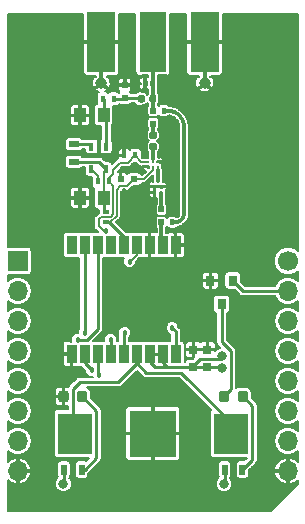
<source format=gtl>
G04 #@! TF.GenerationSoftware,KiCad,Pcbnew,(5.0.0)*
G04 #@! TF.CreationDate,2018-09-17T15:57:07-05:00*
G04 #@! TF.ProjectId,TESEO-LIV3F_uBUS,544553454F2D4C495633465F75425553,rev?*
G04 #@! TF.SameCoordinates,Original*
G04 #@! TF.FileFunction,Copper,L1,Top,Signal*
G04 #@! TF.FilePolarity,Positive*
%FSLAX46Y46*%
G04 Gerber Fmt 4.6, Leading zero omitted, Abs format (unit mm)*
G04 Created by KiCad (PCBNEW (5.0.0)) date 09/17/18 15:57:07*
%MOMM*%
%LPD*%
G01*
G04 APERTURE LIST*
G04 #@! TA.AperFunction,SMDPad,CuDef*
%ADD10R,0.400000X0.600000*%
G04 #@! TD*
G04 #@! TA.AperFunction,SMDPad,CuDef*
%ADD11R,0.600000X0.400000*%
G04 #@! TD*
G04 #@! TA.AperFunction,SMDPad,CuDef*
%ADD12R,0.900000X1.600000*%
G04 #@! TD*
G04 #@! TA.AperFunction,ComponentPad*
%ADD13R,1.700000X1.700000*%
G04 #@! TD*
G04 #@! TA.AperFunction,ComponentPad*
%ADD14O,1.700000X1.700000*%
G04 #@! TD*
G04 #@! TA.AperFunction,ComponentPad*
%ADD15C,1.700000*%
G04 #@! TD*
G04 #@! TA.AperFunction,SMDPad,CuDef*
%ADD16R,4.000000X4.000000*%
G04 #@! TD*
G04 #@! TA.AperFunction,SMDPad,CuDef*
%ADD17R,2.900000X3.500000*%
G04 #@! TD*
G04 #@! TA.AperFunction,SMDPad,CuDef*
%ADD18R,0.500000X0.600000*%
G04 #@! TD*
G04 #@! TA.AperFunction,SMDPad,CuDef*
%ADD19R,0.750000X0.800000*%
G04 #@! TD*
G04 #@! TA.AperFunction,SMDPad,CuDef*
%ADD20R,0.600000X0.500000*%
G04 #@! TD*
G04 #@! TA.AperFunction,Conductor*
%ADD21C,0.100000*%
G04 #@! TD*
G04 #@! TA.AperFunction,SMDPad,CuDef*
%ADD22C,0.400000*%
G04 #@! TD*
G04 #@! TA.AperFunction,SMDPad,CuDef*
%ADD23C,0.875000*%
G04 #@! TD*
G04 #@! TA.AperFunction,SMDPad,CuDef*
%ADD24R,0.325000X0.250000*%
G04 #@! TD*
G04 #@! TA.AperFunction,SMDPad,CuDef*
%ADD25R,2.290000X5.080000*%
G04 #@! TD*
G04 #@! TA.AperFunction,SMDPad,CuDef*
%ADD26R,2.420000X5.080000*%
G04 #@! TD*
G04 #@! TA.AperFunction,ViaPad*
%ADD27C,0.970000*%
G04 #@! TD*
G04 #@! TA.AperFunction,Conductor*
%ADD28R,0.460000X0.950000*%
G04 #@! TD*
G04 #@! TA.AperFunction,SMDPad,CuDef*
%ADD29C,0.590000*%
G04 #@! TD*
G04 #@! TA.AperFunction,SMDPad,CuDef*
%ADD30R,0.800000X0.900000*%
G04 #@! TD*
G04 #@! TA.AperFunction,SMDPad,CuDef*
%ADD31R,0.500000X0.900000*%
G04 #@! TD*
G04 #@! TA.AperFunction,SMDPad,CuDef*
%ADD32R,0.400000X0.650000*%
G04 #@! TD*
G04 #@! TA.AperFunction,SMDPad,CuDef*
%ADD33R,0.245000X0.245000*%
G04 #@! TD*
G04 #@! TA.AperFunction,SMDPad,CuDef*
%ADD34R,1.000000X1.250000*%
G04 #@! TD*
G04 #@! TA.AperFunction,SMDPad,CuDef*
%ADD35R,0.900000X0.500000*%
G04 #@! TD*
G04 #@! TA.AperFunction,ViaPad*
%ADD36C,0.800000*%
G04 #@! TD*
G04 #@! TA.AperFunction,ViaPad*
%ADD37C,0.457200*%
G04 #@! TD*
G04 #@! TA.AperFunction,Conductor*
%ADD38C,0.250000*%
G04 #@! TD*
G04 #@! TA.AperFunction,Conductor*
%ADD39C,0.350000*%
G04 #@! TD*
G04 #@! TA.AperFunction,Conductor*
%ADD40C,0.150000*%
G04 #@! TD*
G04 #@! TA.AperFunction,Conductor*
%ADD41C,0.127000*%
G04 #@! TD*
G04 APERTURE END LIST*
D10*
G04 #@! TO.P,R7,2*
G04 #@! TO.N,Net-(C1-Pad1)*
X135110000Y-103100000D03*
G04 #@! TO.P,R7,1*
G04 #@! TO.N,Net-(C2-Pad1)*
X134210000Y-103100000D03*
G04 #@! TD*
D11*
G04 #@! TO.P,R9,1*
G04 #@! TO.N,Net-(C7-Pad1)*
X134460000Y-112650000D03*
G04 #@! TO.P,R9,2*
G04 #@! TO.N,/VCC_RF*
X134460000Y-113550000D03*
G04 #@! TD*
D10*
G04 #@! TO.P,R8,1*
G04 #@! TO.N,Net-(R8-Pad1)*
X133810000Y-110100000D03*
G04 #@! TO.P,R8,2*
G04 #@! TO.N,/ANT_OFF*
X134710000Y-110100000D03*
G04 #@! TD*
D12*
G04 #@! TO.P,U3,10*
G04 #@! TO.N,GND*
X140360000Y-115500000D03*
G04 #@! TO.P,U3,11*
G04 #@! TO.N,/RF_IN*
X139260000Y-115500000D03*
G04 #@! TO.P,U3,12*
G04 #@! TO.N,GND*
X138160000Y-115500000D03*
G04 #@! TO.P,U3,13*
G04 #@! TO.N,/ANT_OFF*
X137060000Y-115500000D03*
G04 #@! TO.P,U3,14*
G04 #@! TO.N,/VCC_RF*
X135960000Y-115500000D03*
G04 #@! TO.P,U3,15*
G04 #@! TO.N,Net-(U3-Pad15)*
X134860000Y-115500000D03*
G04 #@! TO.P,U3,16*
G04 #@! TO.N,/SDA*
X133760000Y-115500000D03*
G04 #@! TO.P,U3,17*
G04 #@! TO.N,/SCL*
X132660000Y-115500000D03*
G04 #@! TO.P,U3,18*
G04 #@! TO.N,Net-(U3-Pad18)*
X131560000Y-115500000D03*
G04 #@! TO.P,U3,9*
G04 #@! TO.N,/RESET*
X140360000Y-124700000D03*
G04 #@! TO.P,U3,8*
G04 #@! TO.N,+3V3*
X139260000Y-124700000D03*
G04 #@! TO.P,U3,7*
X138160000Y-124700000D03*
G04 #@! TO.P,U3,6*
G04 #@! TO.N,+BATT*
X137060000Y-124700000D03*
G04 #@! TO.P,U3,5*
G04 #@! TO.N,/EXI*
X135960000Y-124700000D03*
G04 #@! TO.P,U3,4*
G04 #@! TO.N,/PPS*
X134860000Y-124700000D03*
G04 #@! TO.P,U3,3*
G04 #@! TO.N,/RX*
X133760000Y-124700000D03*
G04 #@! TO.P,U3,2*
G04 #@! TO.N,/TX*
X132660000Y-124700000D03*
G04 #@! TO.P,U3,1*
G04 #@! TO.N,GND*
X131560000Y-124700000D03*
G04 #@! TD*
D13*
G04 #@! TO.P,J1,1*
G04 #@! TO.N,Net-(J1-Pad1)*
X127000000Y-116840000D03*
D14*
G04 #@! TO.P,J1,2*
G04 #@! TO.N,/RESET*
X127000000Y-119380000D03*
G04 #@! TO.P,J1,3*
G04 #@! TO.N,Net-(J1-Pad3)*
X127000000Y-121920000D03*
G04 #@! TO.P,J1,4*
G04 #@! TO.N,Net-(J1-Pad4)*
X127000000Y-124460000D03*
G04 #@! TO.P,J1,5*
G04 #@! TO.N,Net-(J1-Pad5)*
X127000000Y-127000000D03*
G04 #@! TO.P,J1,6*
G04 #@! TO.N,Net-(J1-Pad6)*
X127000000Y-129540000D03*
G04 #@! TO.P,J1,7*
G04 #@! TO.N,+3V3*
X127000000Y-132080000D03*
G04 #@! TO.P,J1,8*
G04 #@! TO.N,GND*
X127000000Y-134620000D03*
G04 #@! TD*
G04 #@! TO.P,J2,8*
G04 #@! TO.N,GND*
X149860000Y-134620000D03*
G04 #@! TO.P,J2,7*
G04 #@! TO.N,Net-(J2-Pad7)*
X149860000Y-132080000D03*
G04 #@! TO.P,J2,6*
G04 #@! TO.N,/SDA*
X149860000Y-129540000D03*
G04 #@! TO.P,J2,5*
G04 #@! TO.N,/SCL*
X149860000Y-127000000D03*
G04 #@! TO.P,J2,4*
G04 #@! TO.N,/RX*
X149860000Y-124460000D03*
G04 #@! TO.P,J2,3*
G04 #@! TO.N,/TX*
X149860000Y-121920000D03*
G04 #@! TO.P,J2,2*
G04 #@! TO.N,/PPS*
X149860000Y-119380000D03*
D15*
G04 #@! TO.P,J2,1*
G04 #@! TO.N,/EXI*
X149860000Y-116840000D03*
G04 #@! TD*
D16*
G04 #@! TO.P,BT1,2*
G04 #@! TO.N,GND*
X138430000Y-131445000D03*
D17*
G04 #@! TO.P,BT1,1*
G04 #@! TO.N,+BATT*
X131830000Y-131445000D03*
X145030000Y-131445000D03*
G04 #@! TD*
D18*
G04 #@! TO.P,C1,1*
G04 #@! TO.N,Net-(C1-Pad1)*
X136060000Y-103050000D03*
G04 #@! TO.P,C1,2*
G04 #@! TO.N,GND*
X136060000Y-101950000D03*
G04 #@! TD*
D19*
G04 #@! TO.P,C3,2*
G04 #@! TO.N,+3V3*
X143060000Y-125850000D03*
G04 #@! TO.P,C3,1*
G04 #@! TO.N,GND*
X143060000Y-124350000D03*
G04 #@! TD*
D18*
G04 #@! TO.P,C4,2*
G04 #@! TO.N,Net-(C4-Pad2)*
X138460000Y-104100000D03*
G04 #@! TO.P,C4,1*
G04 #@! TO.N,Net-(C4-Pad1)*
X138460000Y-105200000D03*
G04 #@! TD*
D19*
G04 #@! TO.P,C5,1*
G04 #@! TO.N,GND*
X141860000Y-124350000D03*
G04 #@! TO.P,C5,2*
G04 #@! TO.N,+3V3*
X141860000Y-125850000D03*
G04 #@! TD*
D20*
G04 #@! TO.P,C6,1*
G04 #@! TO.N,/VCC_RF*
X136810000Y-109900000D03*
G04 #@! TO.P,C6,2*
G04 #@! TO.N,GND*
X135710000Y-109900000D03*
G04 #@! TD*
D18*
G04 #@! TO.P,C8,2*
G04 #@! TO.N,Net-(C8-Pad2)*
X139160000Y-112450000D03*
G04 #@! TO.P,C8,1*
G04 #@! TO.N,/RF_IN*
X139160000Y-113550000D03*
G04 #@! TD*
D21*
G04 #@! TO.N,Net-(C4-Pad2)*
G04 #@! TO.C,D1*
G36*
X138569802Y-101600482D02*
X138579509Y-101601921D01*
X138589028Y-101604306D01*
X138598268Y-101607612D01*
X138607140Y-101611808D01*
X138615557Y-101616853D01*
X138623439Y-101622699D01*
X138630711Y-101629289D01*
X138637301Y-101636561D01*
X138643147Y-101644443D01*
X138648192Y-101652860D01*
X138652388Y-101661732D01*
X138655694Y-101670972D01*
X138658079Y-101680491D01*
X138659518Y-101690198D01*
X138660000Y-101700000D01*
X138660000Y-101900000D01*
X138659518Y-101909802D01*
X138658079Y-101919509D01*
X138655694Y-101929028D01*
X138652388Y-101938268D01*
X138648192Y-101947140D01*
X138643147Y-101955557D01*
X138637301Y-101963439D01*
X138630711Y-101970711D01*
X138623439Y-101977301D01*
X138615557Y-101983147D01*
X138607140Y-101988192D01*
X138598268Y-101992388D01*
X138589028Y-101995694D01*
X138579509Y-101998079D01*
X138569802Y-101999518D01*
X138560000Y-102000000D01*
X138300000Y-102000000D01*
X138290198Y-101999518D01*
X138280491Y-101998079D01*
X138270972Y-101995694D01*
X138261732Y-101992388D01*
X138252860Y-101988192D01*
X138244443Y-101983147D01*
X138236561Y-101977301D01*
X138229289Y-101970711D01*
X138222699Y-101963439D01*
X138216853Y-101955557D01*
X138211808Y-101947140D01*
X138207612Y-101938268D01*
X138204306Y-101929028D01*
X138201921Y-101919509D01*
X138200482Y-101909802D01*
X138200000Y-101900000D01*
X138200000Y-101700000D01*
X138200482Y-101690198D01*
X138201921Y-101680491D01*
X138204306Y-101670972D01*
X138207612Y-101661732D01*
X138211808Y-101652860D01*
X138216853Y-101644443D01*
X138222699Y-101636561D01*
X138229289Y-101629289D01*
X138236561Y-101622699D01*
X138244443Y-101616853D01*
X138252860Y-101611808D01*
X138261732Y-101607612D01*
X138270972Y-101604306D01*
X138280491Y-101601921D01*
X138290198Y-101600482D01*
X138300000Y-101600000D01*
X138560000Y-101600000D01*
X138569802Y-101600482D01*
X138569802Y-101600482D01*
G37*
D22*
G04 #@! TD*
G04 #@! TO.P,D1,1*
G04 #@! TO.N,Net-(C4-Pad2)*
X138430000Y-101800000D03*
D21*
G04 #@! TO.N,GND*
G04 #@! TO.C,D1*
G36*
X137929802Y-101600482D02*
X137939509Y-101601921D01*
X137949028Y-101604306D01*
X137958268Y-101607612D01*
X137967140Y-101611808D01*
X137975557Y-101616853D01*
X137983439Y-101622699D01*
X137990711Y-101629289D01*
X137997301Y-101636561D01*
X138003147Y-101644443D01*
X138008192Y-101652860D01*
X138012388Y-101661732D01*
X138015694Y-101670972D01*
X138018079Y-101680491D01*
X138019518Y-101690198D01*
X138020000Y-101700000D01*
X138020000Y-101900000D01*
X138019518Y-101909802D01*
X138018079Y-101919509D01*
X138015694Y-101929028D01*
X138012388Y-101938268D01*
X138008192Y-101947140D01*
X138003147Y-101955557D01*
X137997301Y-101963439D01*
X137990711Y-101970711D01*
X137983439Y-101977301D01*
X137975557Y-101983147D01*
X137967140Y-101988192D01*
X137958268Y-101992388D01*
X137949028Y-101995694D01*
X137939509Y-101998079D01*
X137929802Y-101999518D01*
X137920000Y-102000000D01*
X137660000Y-102000000D01*
X137650198Y-101999518D01*
X137640491Y-101998079D01*
X137630972Y-101995694D01*
X137621732Y-101992388D01*
X137612860Y-101988192D01*
X137604443Y-101983147D01*
X137596561Y-101977301D01*
X137589289Y-101970711D01*
X137582699Y-101963439D01*
X137576853Y-101955557D01*
X137571808Y-101947140D01*
X137567612Y-101938268D01*
X137564306Y-101929028D01*
X137561921Y-101919509D01*
X137560482Y-101909802D01*
X137560000Y-101900000D01*
X137560000Y-101700000D01*
X137560482Y-101690198D01*
X137561921Y-101680491D01*
X137564306Y-101670972D01*
X137567612Y-101661732D01*
X137571808Y-101652860D01*
X137576853Y-101644443D01*
X137582699Y-101636561D01*
X137589289Y-101629289D01*
X137596561Y-101622699D01*
X137604443Y-101616853D01*
X137612860Y-101611808D01*
X137621732Y-101607612D01*
X137630972Y-101604306D01*
X137640491Y-101601921D01*
X137650198Y-101600482D01*
X137660000Y-101600000D01*
X137920000Y-101600000D01*
X137929802Y-101600482D01*
X137929802Y-101600482D01*
G37*
D22*
G04 #@! TD*
G04 #@! TO.P,D1,2*
G04 #@! TO.N,GND*
X137790000Y-101800000D03*
D21*
G04 #@! TO.N,Net-(D2-Pad2)*
G04 #@! TO.C,D2*
G36*
X132687691Y-127826053D02*
X132708926Y-127829203D01*
X132729750Y-127834419D01*
X132749962Y-127841651D01*
X132769368Y-127850830D01*
X132787781Y-127861866D01*
X132805024Y-127874654D01*
X132820930Y-127889070D01*
X132835346Y-127904976D01*
X132848134Y-127922219D01*
X132859170Y-127940632D01*
X132868349Y-127960038D01*
X132875581Y-127980250D01*
X132880797Y-128001074D01*
X132883947Y-128022309D01*
X132885000Y-128043750D01*
X132885000Y-128556250D01*
X132883947Y-128577691D01*
X132880797Y-128598926D01*
X132875581Y-128619750D01*
X132868349Y-128639962D01*
X132859170Y-128659368D01*
X132848134Y-128677781D01*
X132835346Y-128695024D01*
X132820930Y-128710930D01*
X132805024Y-128725346D01*
X132787781Y-128738134D01*
X132769368Y-128749170D01*
X132749962Y-128758349D01*
X132729750Y-128765581D01*
X132708926Y-128770797D01*
X132687691Y-128773947D01*
X132666250Y-128775000D01*
X132228750Y-128775000D01*
X132207309Y-128773947D01*
X132186074Y-128770797D01*
X132165250Y-128765581D01*
X132145038Y-128758349D01*
X132125632Y-128749170D01*
X132107219Y-128738134D01*
X132089976Y-128725346D01*
X132074070Y-128710930D01*
X132059654Y-128695024D01*
X132046866Y-128677781D01*
X132035830Y-128659368D01*
X132026651Y-128639962D01*
X132019419Y-128619750D01*
X132014203Y-128598926D01*
X132011053Y-128577691D01*
X132010000Y-128556250D01*
X132010000Y-128043750D01*
X132011053Y-128022309D01*
X132014203Y-128001074D01*
X132019419Y-127980250D01*
X132026651Y-127960038D01*
X132035830Y-127940632D01*
X132046866Y-127922219D01*
X132059654Y-127904976D01*
X132074070Y-127889070D01*
X132089976Y-127874654D01*
X132107219Y-127861866D01*
X132125632Y-127850830D01*
X132145038Y-127841651D01*
X132165250Y-127834419D01*
X132186074Y-127829203D01*
X132207309Y-127826053D01*
X132228750Y-127825000D01*
X132666250Y-127825000D01*
X132687691Y-127826053D01*
X132687691Y-127826053D01*
G37*
D23*
G04 #@! TD*
G04 #@! TO.P,D2,2*
G04 #@! TO.N,Net-(D2-Pad2)*
X132447500Y-128300000D03*
D21*
G04 #@! TO.N,GND*
G04 #@! TO.C,D2*
G36*
X131112691Y-127826053D02*
X131133926Y-127829203D01*
X131154750Y-127834419D01*
X131174962Y-127841651D01*
X131194368Y-127850830D01*
X131212781Y-127861866D01*
X131230024Y-127874654D01*
X131245930Y-127889070D01*
X131260346Y-127904976D01*
X131273134Y-127922219D01*
X131284170Y-127940632D01*
X131293349Y-127960038D01*
X131300581Y-127980250D01*
X131305797Y-128001074D01*
X131308947Y-128022309D01*
X131310000Y-128043750D01*
X131310000Y-128556250D01*
X131308947Y-128577691D01*
X131305797Y-128598926D01*
X131300581Y-128619750D01*
X131293349Y-128639962D01*
X131284170Y-128659368D01*
X131273134Y-128677781D01*
X131260346Y-128695024D01*
X131245930Y-128710930D01*
X131230024Y-128725346D01*
X131212781Y-128738134D01*
X131194368Y-128749170D01*
X131174962Y-128758349D01*
X131154750Y-128765581D01*
X131133926Y-128770797D01*
X131112691Y-128773947D01*
X131091250Y-128775000D01*
X130653750Y-128775000D01*
X130632309Y-128773947D01*
X130611074Y-128770797D01*
X130590250Y-128765581D01*
X130570038Y-128758349D01*
X130550632Y-128749170D01*
X130532219Y-128738134D01*
X130514976Y-128725346D01*
X130499070Y-128710930D01*
X130484654Y-128695024D01*
X130471866Y-128677781D01*
X130460830Y-128659368D01*
X130451651Y-128639962D01*
X130444419Y-128619750D01*
X130439203Y-128598926D01*
X130436053Y-128577691D01*
X130435000Y-128556250D01*
X130435000Y-128043750D01*
X130436053Y-128022309D01*
X130439203Y-128001074D01*
X130444419Y-127980250D01*
X130451651Y-127960038D01*
X130460830Y-127940632D01*
X130471866Y-127922219D01*
X130484654Y-127904976D01*
X130499070Y-127889070D01*
X130514976Y-127874654D01*
X130532219Y-127861866D01*
X130550632Y-127850830D01*
X130570038Y-127841651D01*
X130590250Y-127834419D01*
X130611074Y-127829203D01*
X130632309Y-127826053D01*
X130653750Y-127825000D01*
X131091250Y-127825000D01*
X131112691Y-127826053D01*
X131112691Y-127826053D01*
G37*
D23*
G04 #@! TD*
G04 #@! TO.P,D2,1*
G04 #@! TO.N,GND*
X130872500Y-128300000D03*
D21*
G04 #@! TO.N,Net-(D3-Pad1)*
G04 #@! TO.C,D3*
G36*
X144712691Y-127826053D02*
X144733926Y-127829203D01*
X144754750Y-127834419D01*
X144774962Y-127841651D01*
X144794368Y-127850830D01*
X144812781Y-127861866D01*
X144830024Y-127874654D01*
X144845930Y-127889070D01*
X144860346Y-127904976D01*
X144873134Y-127922219D01*
X144884170Y-127940632D01*
X144893349Y-127960038D01*
X144900581Y-127980250D01*
X144905797Y-128001074D01*
X144908947Y-128022309D01*
X144910000Y-128043750D01*
X144910000Y-128556250D01*
X144908947Y-128577691D01*
X144905797Y-128598926D01*
X144900581Y-128619750D01*
X144893349Y-128639962D01*
X144884170Y-128659368D01*
X144873134Y-128677781D01*
X144860346Y-128695024D01*
X144845930Y-128710930D01*
X144830024Y-128725346D01*
X144812781Y-128738134D01*
X144794368Y-128749170D01*
X144774962Y-128758349D01*
X144754750Y-128765581D01*
X144733926Y-128770797D01*
X144712691Y-128773947D01*
X144691250Y-128775000D01*
X144253750Y-128775000D01*
X144232309Y-128773947D01*
X144211074Y-128770797D01*
X144190250Y-128765581D01*
X144170038Y-128758349D01*
X144150632Y-128749170D01*
X144132219Y-128738134D01*
X144114976Y-128725346D01*
X144099070Y-128710930D01*
X144084654Y-128695024D01*
X144071866Y-128677781D01*
X144060830Y-128659368D01*
X144051651Y-128639962D01*
X144044419Y-128619750D01*
X144039203Y-128598926D01*
X144036053Y-128577691D01*
X144035000Y-128556250D01*
X144035000Y-128043750D01*
X144036053Y-128022309D01*
X144039203Y-128001074D01*
X144044419Y-127980250D01*
X144051651Y-127960038D01*
X144060830Y-127940632D01*
X144071866Y-127922219D01*
X144084654Y-127904976D01*
X144099070Y-127889070D01*
X144114976Y-127874654D01*
X144132219Y-127861866D01*
X144150632Y-127850830D01*
X144170038Y-127841651D01*
X144190250Y-127834419D01*
X144211074Y-127829203D01*
X144232309Y-127826053D01*
X144253750Y-127825000D01*
X144691250Y-127825000D01*
X144712691Y-127826053D01*
X144712691Y-127826053D01*
G37*
D23*
G04 #@! TD*
G04 #@! TO.P,D3,1*
G04 #@! TO.N,Net-(D3-Pad1)*
X144472500Y-128300000D03*
D21*
G04 #@! TO.N,Net-(D3-Pad2)*
G04 #@! TO.C,D3*
G36*
X146287691Y-127826053D02*
X146308926Y-127829203D01*
X146329750Y-127834419D01*
X146349962Y-127841651D01*
X146369368Y-127850830D01*
X146387781Y-127861866D01*
X146405024Y-127874654D01*
X146420930Y-127889070D01*
X146435346Y-127904976D01*
X146448134Y-127922219D01*
X146459170Y-127940632D01*
X146468349Y-127960038D01*
X146475581Y-127980250D01*
X146480797Y-128001074D01*
X146483947Y-128022309D01*
X146485000Y-128043750D01*
X146485000Y-128556250D01*
X146483947Y-128577691D01*
X146480797Y-128598926D01*
X146475581Y-128619750D01*
X146468349Y-128639962D01*
X146459170Y-128659368D01*
X146448134Y-128677781D01*
X146435346Y-128695024D01*
X146420930Y-128710930D01*
X146405024Y-128725346D01*
X146387781Y-128738134D01*
X146369368Y-128749170D01*
X146349962Y-128758349D01*
X146329750Y-128765581D01*
X146308926Y-128770797D01*
X146287691Y-128773947D01*
X146266250Y-128775000D01*
X145828750Y-128775000D01*
X145807309Y-128773947D01*
X145786074Y-128770797D01*
X145765250Y-128765581D01*
X145745038Y-128758349D01*
X145725632Y-128749170D01*
X145707219Y-128738134D01*
X145689976Y-128725346D01*
X145674070Y-128710930D01*
X145659654Y-128695024D01*
X145646866Y-128677781D01*
X145635830Y-128659368D01*
X145626651Y-128639962D01*
X145619419Y-128619750D01*
X145614203Y-128598926D01*
X145611053Y-128577691D01*
X145610000Y-128556250D01*
X145610000Y-128043750D01*
X145611053Y-128022309D01*
X145614203Y-128001074D01*
X145619419Y-127980250D01*
X145626651Y-127960038D01*
X145635830Y-127940632D01*
X145646866Y-127922219D01*
X145659654Y-127904976D01*
X145674070Y-127889070D01*
X145689976Y-127874654D01*
X145707219Y-127861866D01*
X145725632Y-127850830D01*
X145745038Y-127841651D01*
X145765250Y-127834419D01*
X145786074Y-127829203D01*
X145807309Y-127826053D01*
X145828750Y-127825000D01*
X146266250Y-127825000D01*
X146287691Y-127826053D01*
X146287691Y-127826053D01*
G37*
D23*
G04 #@! TD*
G04 #@! TO.P,D3,2*
G04 #@! TO.N,Net-(D3-Pad2)*
X146047500Y-128300000D03*
D24*
G04 #@! TO.P,F1,5*
G04 #@! TO.N,GND*
X139147500Y-110550000D03*
G04 #@! TO.P,F1,4*
G04 #@! TO.N,Net-(C8-Pad2)*
X139147500Y-111050000D03*
G04 #@! TO.P,F1,3*
G04 #@! TO.N,GND*
X138572500Y-111050000D03*
G04 #@! TO.P,F1,2*
X138572500Y-110550000D03*
G04 #@! TO.P,F1,1*
G04 #@! TO.N,Net-(F1-Pad1)*
X138860000Y-110050000D03*
G04 #@! TD*
D25*
G04 #@! TO.P,J3,1*
G04 #@! TO.N,Net-(C4-Pad2)*
X138430000Y-98298000D03*
D26*
G04 #@! TO.P,J3,2*
G04 #@! TO.N,GND*
X142810000Y-98298000D03*
X134050000Y-98298000D03*
D27*
G04 #@! TD*
G04 #@! TO.N,GND*
G04 #@! TO.C,J3*
X142810000Y-101738000D03*
G04 #@! TO.N,GND*
G04 #@! TO.C,J3*
X134050000Y-101738000D03*
D28*
X142810000Y-101288000D03*
X134050000Y-101288000D03*
G04 #@! TD*
D21*
G04 #@! TO.N,Net-(C1-Pad1)*
G04 #@! TO.C,L1*
G36*
X137636958Y-102780710D02*
X137651276Y-102782834D01*
X137665317Y-102786351D01*
X137678946Y-102791228D01*
X137692031Y-102797417D01*
X137704447Y-102804858D01*
X137716073Y-102813481D01*
X137726798Y-102823202D01*
X137736519Y-102833927D01*
X137745142Y-102845553D01*
X137752583Y-102857969D01*
X137758772Y-102871054D01*
X137763649Y-102884683D01*
X137767166Y-102898724D01*
X137769290Y-102913042D01*
X137770000Y-102927500D01*
X137770000Y-103272500D01*
X137769290Y-103286958D01*
X137767166Y-103301276D01*
X137763649Y-103315317D01*
X137758772Y-103328946D01*
X137752583Y-103342031D01*
X137745142Y-103354447D01*
X137736519Y-103366073D01*
X137726798Y-103376798D01*
X137716073Y-103386519D01*
X137704447Y-103395142D01*
X137692031Y-103402583D01*
X137678946Y-103408772D01*
X137665317Y-103413649D01*
X137651276Y-103417166D01*
X137636958Y-103419290D01*
X137622500Y-103420000D01*
X137327500Y-103420000D01*
X137313042Y-103419290D01*
X137298724Y-103417166D01*
X137284683Y-103413649D01*
X137271054Y-103408772D01*
X137257969Y-103402583D01*
X137245553Y-103395142D01*
X137233927Y-103386519D01*
X137223202Y-103376798D01*
X137213481Y-103366073D01*
X137204858Y-103354447D01*
X137197417Y-103342031D01*
X137191228Y-103328946D01*
X137186351Y-103315317D01*
X137182834Y-103301276D01*
X137180710Y-103286958D01*
X137180000Y-103272500D01*
X137180000Y-102927500D01*
X137180710Y-102913042D01*
X137182834Y-102898724D01*
X137186351Y-102884683D01*
X137191228Y-102871054D01*
X137197417Y-102857969D01*
X137204858Y-102845553D01*
X137213481Y-102833927D01*
X137223202Y-102823202D01*
X137233927Y-102813481D01*
X137245553Y-102804858D01*
X137257969Y-102797417D01*
X137271054Y-102791228D01*
X137284683Y-102786351D01*
X137298724Y-102782834D01*
X137313042Y-102780710D01*
X137327500Y-102780000D01*
X137622500Y-102780000D01*
X137636958Y-102780710D01*
X137636958Y-102780710D01*
G37*
D29*
G04 #@! TD*
G04 #@! TO.P,L1,2*
G04 #@! TO.N,Net-(C1-Pad1)*
X137475000Y-103100000D03*
D21*
G04 #@! TO.N,Net-(C4-Pad2)*
G04 #@! TO.C,L1*
G36*
X138606958Y-102780710D02*
X138621276Y-102782834D01*
X138635317Y-102786351D01*
X138648946Y-102791228D01*
X138662031Y-102797417D01*
X138674447Y-102804858D01*
X138686073Y-102813481D01*
X138696798Y-102823202D01*
X138706519Y-102833927D01*
X138715142Y-102845553D01*
X138722583Y-102857969D01*
X138728772Y-102871054D01*
X138733649Y-102884683D01*
X138737166Y-102898724D01*
X138739290Y-102913042D01*
X138740000Y-102927500D01*
X138740000Y-103272500D01*
X138739290Y-103286958D01*
X138737166Y-103301276D01*
X138733649Y-103315317D01*
X138728772Y-103328946D01*
X138722583Y-103342031D01*
X138715142Y-103354447D01*
X138706519Y-103366073D01*
X138696798Y-103376798D01*
X138686073Y-103386519D01*
X138674447Y-103395142D01*
X138662031Y-103402583D01*
X138648946Y-103408772D01*
X138635317Y-103413649D01*
X138621276Y-103417166D01*
X138606958Y-103419290D01*
X138592500Y-103420000D01*
X138297500Y-103420000D01*
X138283042Y-103419290D01*
X138268724Y-103417166D01*
X138254683Y-103413649D01*
X138241054Y-103408772D01*
X138227969Y-103402583D01*
X138215553Y-103395142D01*
X138203927Y-103386519D01*
X138193202Y-103376798D01*
X138183481Y-103366073D01*
X138174858Y-103354447D01*
X138167417Y-103342031D01*
X138161228Y-103328946D01*
X138156351Y-103315317D01*
X138152834Y-103301276D01*
X138150710Y-103286958D01*
X138150000Y-103272500D01*
X138150000Y-102927500D01*
X138150710Y-102913042D01*
X138152834Y-102898724D01*
X138156351Y-102884683D01*
X138161228Y-102871054D01*
X138167417Y-102857969D01*
X138174858Y-102845553D01*
X138183481Y-102833927D01*
X138193202Y-102823202D01*
X138203927Y-102813481D01*
X138215553Y-102804858D01*
X138227969Y-102797417D01*
X138241054Y-102791228D01*
X138254683Y-102786351D01*
X138268724Y-102782834D01*
X138283042Y-102780710D01*
X138297500Y-102780000D01*
X138592500Y-102780000D01*
X138606958Y-102780710D01*
X138606958Y-102780710D01*
G37*
D29*
G04 #@! TD*
G04 #@! TO.P,L1,1*
G04 #@! TO.N,Net-(C4-Pad2)*
X138445000Y-103100000D03*
D21*
G04 #@! TO.N,Net-(L2-Pad1)*
G04 #@! TO.C,L2*
G36*
X138646958Y-106875710D02*
X138661276Y-106877834D01*
X138675317Y-106881351D01*
X138688946Y-106886228D01*
X138702031Y-106892417D01*
X138714447Y-106899858D01*
X138726073Y-106908481D01*
X138736798Y-106918202D01*
X138746519Y-106928927D01*
X138755142Y-106940553D01*
X138762583Y-106952969D01*
X138768772Y-106966054D01*
X138773649Y-106979683D01*
X138777166Y-106993724D01*
X138779290Y-107008042D01*
X138780000Y-107022500D01*
X138780000Y-107317500D01*
X138779290Y-107331958D01*
X138777166Y-107346276D01*
X138773649Y-107360317D01*
X138768772Y-107373946D01*
X138762583Y-107387031D01*
X138755142Y-107399447D01*
X138746519Y-107411073D01*
X138736798Y-107421798D01*
X138726073Y-107431519D01*
X138714447Y-107440142D01*
X138702031Y-107447583D01*
X138688946Y-107453772D01*
X138675317Y-107458649D01*
X138661276Y-107462166D01*
X138646958Y-107464290D01*
X138632500Y-107465000D01*
X138287500Y-107465000D01*
X138273042Y-107464290D01*
X138258724Y-107462166D01*
X138244683Y-107458649D01*
X138231054Y-107453772D01*
X138217969Y-107447583D01*
X138205553Y-107440142D01*
X138193927Y-107431519D01*
X138183202Y-107421798D01*
X138173481Y-107411073D01*
X138164858Y-107399447D01*
X138157417Y-107387031D01*
X138151228Y-107373946D01*
X138146351Y-107360317D01*
X138142834Y-107346276D01*
X138140710Y-107331958D01*
X138140000Y-107317500D01*
X138140000Y-107022500D01*
X138140710Y-107008042D01*
X138142834Y-106993724D01*
X138146351Y-106979683D01*
X138151228Y-106966054D01*
X138157417Y-106952969D01*
X138164858Y-106940553D01*
X138173481Y-106928927D01*
X138183202Y-106918202D01*
X138193927Y-106908481D01*
X138205553Y-106899858D01*
X138217969Y-106892417D01*
X138231054Y-106886228D01*
X138244683Y-106881351D01*
X138258724Y-106877834D01*
X138273042Y-106875710D01*
X138287500Y-106875000D01*
X138632500Y-106875000D01*
X138646958Y-106875710D01*
X138646958Y-106875710D01*
G37*
D29*
G04 #@! TD*
G04 #@! TO.P,L2,1*
G04 #@! TO.N,Net-(L2-Pad1)*
X138460000Y-107170000D03*
D21*
G04 #@! TO.N,Net-(C4-Pad1)*
G04 #@! TO.C,L2*
G36*
X138646958Y-105905710D02*
X138661276Y-105907834D01*
X138675317Y-105911351D01*
X138688946Y-105916228D01*
X138702031Y-105922417D01*
X138714447Y-105929858D01*
X138726073Y-105938481D01*
X138736798Y-105948202D01*
X138746519Y-105958927D01*
X138755142Y-105970553D01*
X138762583Y-105982969D01*
X138768772Y-105996054D01*
X138773649Y-106009683D01*
X138777166Y-106023724D01*
X138779290Y-106038042D01*
X138780000Y-106052500D01*
X138780000Y-106347500D01*
X138779290Y-106361958D01*
X138777166Y-106376276D01*
X138773649Y-106390317D01*
X138768772Y-106403946D01*
X138762583Y-106417031D01*
X138755142Y-106429447D01*
X138746519Y-106441073D01*
X138736798Y-106451798D01*
X138726073Y-106461519D01*
X138714447Y-106470142D01*
X138702031Y-106477583D01*
X138688946Y-106483772D01*
X138675317Y-106488649D01*
X138661276Y-106492166D01*
X138646958Y-106494290D01*
X138632500Y-106495000D01*
X138287500Y-106495000D01*
X138273042Y-106494290D01*
X138258724Y-106492166D01*
X138244683Y-106488649D01*
X138231054Y-106483772D01*
X138217969Y-106477583D01*
X138205553Y-106470142D01*
X138193927Y-106461519D01*
X138183202Y-106451798D01*
X138173481Y-106441073D01*
X138164858Y-106429447D01*
X138157417Y-106417031D01*
X138151228Y-106403946D01*
X138146351Y-106390317D01*
X138142834Y-106376276D01*
X138140710Y-106361958D01*
X138140000Y-106347500D01*
X138140000Y-106052500D01*
X138140710Y-106038042D01*
X138142834Y-106023724D01*
X138146351Y-106009683D01*
X138151228Y-105996054D01*
X138157417Y-105982969D01*
X138164858Y-105970553D01*
X138173481Y-105958927D01*
X138183202Y-105948202D01*
X138193927Y-105938481D01*
X138205553Y-105929858D01*
X138217969Y-105922417D01*
X138231054Y-105916228D01*
X138244683Y-105911351D01*
X138258724Y-105907834D01*
X138273042Y-105905710D01*
X138287500Y-105905000D01*
X138632500Y-105905000D01*
X138646958Y-105905710D01*
X138646958Y-105905710D01*
G37*
D29*
G04 #@! TD*
G04 #@! TO.P,L2,2*
G04 #@! TO.N,Net-(C4-Pad1)*
X138460000Y-106200000D03*
D30*
G04 #@! TO.P,Q1,1*
G04 #@! TO.N,/PPS*
X145210000Y-118500000D03*
G04 #@! TO.P,Q1,2*
G04 #@! TO.N,GND*
X143310000Y-118500000D03*
G04 #@! TO.P,Q1,3*
G04 #@! TO.N,Net-(D3-Pad1)*
X144260000Y-120500000D03*
G04 #@! TD*
D10*
G04 #@! TO.P,R1,1*
G04 #@! TO.N,Net-(C4-Pad2)*
X138460000Y-104100000D03*
G04 #@! TO.P,R1,2*
G04 #@! TO.N,Net-(R1-Pad2)*
X139360000Y-104100000D03*
G04 #@! TD*
G04 #@! TO.P,R3,1*
G04 #@! TO.N,GND*
X136010000Y-107900000D03*
G04 #@! TO.P,R3,2*
G04 #@! TO.N,/ANT_OFF*
X136910000Y-107900000D03*
G04 #@! TD*
D31*
G04 #@! TO.P,R4,1*
G04 #@! TO.N,+3V3*
X130910000Y-134500000D03*
G04 #@! TO.P,R4,2*
G04 #@! TO.N,Net-(D2-Pad2)*
X132410000Y-134500000D03*
G04 #@! TD*
D10*
G04 #@! TO.P,R5,2*
G04 #@! TO.N,Net-(R1-Pad2)*
X140060000Y-113550000D03*
G04 #@! TO.P,R5,1*
G04 #@! TO.N,/RF_IN*
X139160000Y-113550000D03*
G04 #@! TD*
D31*
G04 #@! TO.P,R6,1*
G04 #@! TO.N,+3V3*
X144510000Y-134500000D03*
G04 #@! TO.P,R6,2*
G04 #@! TO.N,Net-(D3-Pad2)*
X146010000Y-134500000D03*
G04 #@! TD*
D32*
G04 #@! TO.P,U1,1*
G04 #@! TO.N,Net-(C2-Pad1)*
X134510000Y-107150000D03*
G04 #@! TO.P,U1,3*
G04 #@! TO.N,Net-(R2-Pad2)*
X133210000Y-107150000D03*
G04 #@! TO.P,U1,2*
G04 #@! TO.N,GND*
X133860000Y-107150000D03*
G04 #@! TO.P,U1,4*
G04 #@! TO.N,Net-(R8-Pad1)*
X133210000Y-109050000D03*
G04 #@! TO.P,U1,5*
G04 #@! TO.N,Net-(C7-Pad1)*
X134510000Y-109050000D03*
G04 #@! TD*
D33*
G04 #@! TO.P,U2,1*
G04 #@! TO.N,GND*
X138060000Y-108850000D03*
G04 #@! TO.P,U2,2*
G04 #@! TO.N,/VCC_RF*
X138460000Y-108850000D03*
G04 #@! TO.P,U2,3*
G04 #@! TO.N,Net-(F1-Pad1)*
X138860000Y-108850000D03*
G04 #@! TO.P,U2,4*
G04 #@! TO.N,GND*
X138860000Y-108450000D03*
G04 #@! TO.P,U2,5*
G04 #@! TO.N,Net-(L2-Pad1)*
X138460000Y-108450000D03*
G04 #@! TO.P,U2,6*
G04 #@! TO.N,/ANT_OFF*
X138060000Y-108450000D03*
G04 #@! TD*
D34*
G04 #@! TO.P,C2,1*
G04 #@! TO.N,Net-(C2-Pad1)*
X134260000Y-104500000D03*
G04 #@! TO.P,C2,2*
G04 #@! TO.N,GND*
X132260000Y-104500000D03*
G04 #@! TD*
G04 #@! TO.P,C7,2*
G04 #@! TO.N,GND*
X132260000Y-111500000D03*
G04 #@! TO.P,C7,1*
G04 #@! TO.N,Net-(C7-Pad1)*
X134260000Y-111500000D03*
G04 #@! TD*
D35*
G04 #@! TO.P,R2,1*
G04 #@! TO.N,Net-(C7-Pad1)*
X131772000Y-108450000D03*
G04 #@! TO.P,R2,2*
G04 #@! TO.N,Net-(R2-Pad2)*
X131772000Y-106950000D03*
G04 #@! TD*
D36*
G04 #@! TO.N,+3V3*
X130860000Y-135700000D03*
X144260000Y-125900000D03*
X144260000Y-124900000D03*
X144460000Y-135700000D03*
D37*
G04 #@! TO.N,GND*
X136210000Y-96200000D03*
X136210000Y-97200000D03*
X136210000Y-98200000D03*
X136210000Y-99200000D03*
X136210000Y-100200000D03*
X136210000Y-101200000D03*
X140710000Y-99200000D03*
X140710000Y-100200000D03*
X140710000Y-96200000D03*
X140710000Y-97200000D03*
X140710000Y-98200000D03*
X140710000Y-101200000D03*
X141460000Y-101950000D03*
X144960000Y-98200000D03*
X144960000Y-99200000D03*
X144960000Y-96200000D03*
X144960000Y-97200000D03*
X144960000Y-100200000D03*
X144960000Y-101200000D03*
X144210000Y-101950000D03*
X135210000Y-101700000D03*
X132960000Y-101700000D03*
X131960000Y-99200000D03*
X131960000Y-96200000D03*
X131960000Y-97200000D03*
X131960000Y-100200000D03*
X131960000Y-101200000D03*
X131960000Y-98200000D03*
X130960000Y-96200000D03*
X126460000Y-96200000D03*
X127960000Y-96200000D03*
X129460000Y-96200000D03*
X145960000Y-96200000D03*
X147460000Y-96200000D03*
X148960000Y-96200000D03*
X150460000Y-96200000D03*
X150460000Y-97700000D03*
X150460000Y-99200000D03*
X150460000Y-100700000D03*
X150460000Y-102200000D03*
X150460000Y-103700000D03*
X150460000Y-105200000D03*
X150460000Y-106700000D03*
X150460000Y-108200000D03*
X150460000Y-109700000D03*
X150460000Y-111200000D03*
X150460000Y-112700000D03*
X150460000Y-114200000D03*
X126460000Y-97700000D03*
X126460000Y-99200000D03*
X126460000Y-100700000D03*
X126460000Y-102200000D03*
X126460000Y-103700000D03*
X126460000Y-105200000D03*
X126460000Y-106700000D03*
X126460000Y-108200000D03*
X126460000Y-109700000D03*
X126460000Y-111200000D03*
X126460000Y-112700000D03*
X126460000Y-114200000D03*
X139210000Y-101700000D03*
X139210000Y-102700000D03*
X140460000Y-103450000D03*
X141210000Y-104200000D03*
X141710000Y-104950000D03*
X141710000Y-105950000D03*
X141710000Y-106950000D03*
X141710000Y-107950000D03*
X141710000Y-108950000D03*
X141710000Y-109950000D03*
X141710000Y-110950000D03*
X141710000Y-111950000D03*
X141710000Y-112950000D03*
X141210000Y-113950000D03*
X140210000Y-114300000D03*
X140460000Y-105950000D03*
X140460000Y-106950000D03*
X140460000Y-107950000D03*
X140460000Y-108950000D03*
X140460000Y-109950000D03*
X140460000Y-110950000D03*
X140460000Y-111950000D03*
X139960000Y-112700000D03*
X139460000Y-105950000D03*
X139460000Y-106950000D03*
X139460000Y-107950000D03*
X139460000Y-108950000D03*
X139460000Y-109950000D03*
X139460000Y-104950000D03*
X136960000Y-101950000D03*
X137460000Y-104950000D03*
X137460000Y-105950000D03*
X137460000Y-106950000D03*
X137460000Y-103950000D03*
X137710000Y-107950000D03*
X137460000Y-109200000D03*
X136960000Y-108950000D03*
X138460000Y-111950000D03*
X138460000Y-112950000D03*
X138460000Y-113950000D03*
X137460000Y-113950000D03*
X137460000Y-112950000D03*
X137460000Y-111950000D03*
X137460000Y-110950000D03*
X130960000Y-114200000D03*
X141710000Y-114950000D03*
X141710000Y-116200000D03*
X127960000Y-114200000D03*
X129460000Y-114200000D03*
X132460000Y-114200000D03*
X148960000Y-114200000D03*
X147460000Y-114200000D03*
X145960000Y-114200000D03*
X144460000Y-114200000D03*
X142960000Y-114200000D03*
X135460000Y-131450000D03*
X135460000Y-128450000D03*
X138460000Y-128450000D03*
X141460000Y-128450000D03*
X141460000Y-131450000D03*
X141460000Y-134450000D03*
X138460000Y-134450000D03*
X135460000Y-134450000D03*
X129460000Y-128450000D03*
X129460000Y-134450000D03*
X129460000Y-122450000D03*
X129460000Y-116450000D03*
X147460000Y-128450000D03*
X147460000Y-122500000D03*
X147460000Y-116450000D03*
X141460000Y-122450000D03*
X135460000Y-122450000D03*
X147460000Y-134450000D03*
X135960000Y-110950000D03*
X135960000Y-111950000D03*
X135960000Y-112950000D03*
X135960000Y-106950000D03*
X135960000Y-105950000D03*
X135960000Y-104950000D03*
X135960000Y-103950000D03*
X130960000Y-112700000D03*
X130960000Y-111200000D03*
X130960000Y-109700000D03*
X130960000Y-105200000D03*
X130960000Y-103700000D03*
X130960000Y-102200000D03*
X130460000Y-108200000D03*
X130460000Y-106700000D03*
X132460000Y-109700000D03*
X132460000Y-112700000D03*
X133210000Y-105950000D03*
X131960000Y-105950000D03*
X132210000Y-102700000D03*
X134960000Y-108200000D03*
X135860000Y-109100000D03*
G04 #@! TO.N,/RESET*
X140060000Y-122500000D03*
G04 #@! TO.N,/SDA*
X132060000Y-123500000D03*
G04 #@! TO.N,/SCL*
X132660000Y-122900000D03*
G04 #@! TO.N,/RX*
X133860000Y-126500000D03*
G04 #@! TO.N,/TX*
X133260000Y-126100000D03*
G04 #@! TO.N,/PPS*
X134860000Y-123500000D03*
G04 #@! TO.N,/EXI*
X136060000Y-122900000D03*
G04 #@! TO.N,/ANT_OFF*
X136460000Y-116900000D03*
X134460000Y-114300000D03*
G04 #@! TD*
D38*
G04 #@! TO.N,+3V3*
X142060000Y-125850000D02*
X143260000Y-125850000D01*
X130910000Y-134500000D02*
X130910000Y-135650000D01*
X130910000Y-135650000D02*
X130860000Y-135700000D01*
X138160000Y-124700000D02*
X138160000Y-125400000D01*
X138160000Y-125400000D02*
X138610000Y-125850000D01*
X143060000Y-125850000D02*
X144210000Y-125850000D01*
X144210000Y-125850000D02*
X144260000Y-125900000D01*
X141860000Y-125850000D02*
X141860000Y-125700000D01*
X141860000Y-125700000D02*
X142460000Y-125100000D01*
X142460000Y-125100000D02*
X144060000Y-125100000D01*
X144060000Y-125100000D02*
X144260000Y-124900000D01*
X138160000Y-124700000D02*
X139260000Y-124700000D01*
X139260000Y-125450000D02*
X139660000Y-125850000D01*
X139260000Y-124700000D02*
X139260000Y-125450000D01*
X138610000Y-125850000D02*
X139660000Y-125850000D01*
X139660000Y-125850000D02*
X141860000Y-125850000D01*
X144510000Y-134500000D02*
X144510000Y-135650000D01*
X144510000Y-135650000D02*
X144460000Y-135700000D01*
G04 #@! TO.N,+BATT*
X137060000Y-125500000D02*
X137060000Y-124700000D01*
X135460000Y-127100000D02*
X137060000Y-125500000D01*
X132260000Y-127100000D02*
X135460000Y-127100000D01*
X131660000Y-127700000D02*
X132260000Y-127100000D01*
X131830000Y-131445000D02*
X131660000Y-131275000D01*
X131660000Y-131275000D02*
X131660000Y-127700000D01*
X137060000Y-125500000D02*
X137860000Y-126300000D01*
X137860000Y-126300000D02*
X140860000Y-126300000D01*
X145030000Y-130470000D02*
X145030000Y-131445000D01*
X140860000Y-126300000D02*
X145030000Y-130470000D01*
G04 #@! TO.N,Net-(C1-Pad1)*
X137425000Y-103050000D02*
X137475000Y-103100000D01*
X136060000Y-103050000D02*
X137425000Y-103050000D01*
X136010000Y-103100000D02*
X136060000Y-103050000D01*
X135110000Y-103100000D02*
X136010000Y-103100000D01*
D39*
G04 #@! TO.N,Net-(C4-Pad2)*
X138430000Y-98298000D02*
X138430000Y-101800000D01*
X138430000Y-103085000D02*
X138445000Y-103100000D01*
X138430000Y-101800000D02*
X138430000Y-103085000D01*
X138445000Y-104085000D02*
X138460000Y-104100000D01*
X138445000Y-103100000D02*
X138445000Y-104085000D01*
G04 #@! TO.N,Net-(C4-Pad1)*
X138460000Y-105200000D02*
X138460000Y-106200000D01*
D40*
G04 #@! TO.N,/VCC_RF*
X138460000Y-108850000D02*
X138460000Y-109100000D01*
X137660000Y-109900000D02*
X136810000Y-109900000D01*
X138460000Y-109100000D02*
X137660000Y-109900000D01*
D38*
X135960000Y-115500000D02*
X135960000Y-114800000D01*
X134710000Y-113550000D02*
X134460000Y-113550000D01*
X135960000Y-114800000D02*
X134710000Y-113550000D01*
D40*
X134460000Y-113550000D02*
X134810000Y-113550000D01*
X134810000Y-113550000D02*
X135360000Y-113000000D01*
X135360000Y-113000000D02*
X135360000Y-110800000D01*
X135360000Y-110800000D02*
X135660000Y-110500000D01*
X136210000Y-110500000D02*
X136810000Y-109900000D01*
X135660000Y-110500000D02*
X136210000Y-110500000D01*
D39*
G04 #@! TO.N,Net-(C8-Pad2)*
X139160000Y-111062500D02*
X139147500Y-111050000D01*
X139160000Y-112450000D02*
X139160000Y-111062500D01*
G04 #@! TO.N,/RF_IN*
X139160000Y-115400000D02*
X139260000Y-115500000D01*
X139160000Y-113550000D02*
X139160000Y-115400000D01*
D38*
G04 #@! TO.N,Net-(D2-Pad2)*
X132410000Y-134500000D02*
X132660000Y-134500000D01*
X132660000Y-134500000D02*
X133660000Y-133500000D01*
X133660000Y-129512500D02*
X132447500Y-128300000D01*
X133660000Y-133500000D02*
X133660000Y-129512500D01*
G04 #@! TO.N,Net-(D3-Pad1)*
X144260000Y-120500000D02*
X144260000Y-123700000D01*
X144260000Y-123700000D02*
X145060000Y-124500000D01*
X145060000Y-127712500D02*
X144472500Y-128300000D01*
X145060000Y-124500000D02*
X145060000Y-127712500D01*
G04 #@! TO.N,Net-(D3-Pad2)*
X146010000Y-134500000D02*
X146860000Y-133650000D01*
X146860000Y-129112500D02*
X146047500Y-128300000D01*
X146860000Y-133650000D02*
X146860000Y-129112500D01*
D39*
G04 #@! TO.N,Net-(F1-Pad1)*
X138860000Y-110050000D02*
X138860000Y-109100000D01*
D40*
X138860000Y-108850000D02*
X138860000Y-109100000D01*
D38*
G04 #@! TO.N,/RESET*
X140360000Y-124700000D02*
X140360000Y-122800000D01*
X140360000Y-122800000D02*
X140060000Y-122500000D01*
G04 #@! TO.N,/SDA*
X149860000Y-129540000D02*
X149860000Y-129100000D01*
X149860000Y-129540000D02*
X149860000Y-128900000D01*
X149860000Y-129540000D02*
X149860000Y-129300000D01*
X132060000Y-123500000D02*
X132860000Y-123500000D01*
X133760000Y-122600000D02*
X133760000Y-115500000D01*
X132860000Y-123500000D02*
X133760000Y-122600000D01*
G04 #@! TO.N,/SCL*
X132660000Y-122900000D02*
X132660000Y-115500000D01*
G04 #@! TO.N,/RX*
X133860000Y-126500000D02*
X133760000Y-126400000D01*
X133760000Y-126400000D02*
X133760000Y-124700000D01*
G04 #@! TO.N,/TX*
X133260000Y-126100000D02*
X132660000Y-125500000D01*
X132660000Y-125500000D02*
X132660000Y-124700000D01*
G04 #@! TO.N,/PPS*
X146090000Y-119380000D02*
X145210000Y-118500000D01*
X149860000Y-119380000D02*
X146090000Y-119380000D01*
X134860000Y-124700000D02*
X134860000Y-123500000D01*
G04 #@! TO.N,/EXI*
X135960000Y-124700000D02*
X135960000Y-123000000D01*
X135960000Y-123000000D02*
X136060000Y-122900000D01*
D39*
G04 #@! TO.N,Net-(L2-Pad1)*
X138460000Y-107170000D02*
X138460000Y-108200000D01*
D40*
X138460000Y-108450000D02*
X138460000Y-108200000D01*
D39*
G04 #@! TO.N,Net-(R1-Pad2)*
X140400000Y-113550000D02*
X140060000Y-113550000D01*
X140550000Y-113520000D02*
X140400000Y-113550000D01*
X140660000Y-113480000D02*
X140550000Y-113520000D01*
X140760000Y-113420000D02*
X140660000Y-113480000D01*
X140860000Y-113340000D02*
X140760000Y-113420000D01*
X140950000Y-113240000D02*
X140860000Y-113340000D01*
X141020000Y-113120000D02*
X140950000Y-113240000D01*
X141070000Y-112980000D02*
X141020000Y-113120000D01*
X141090000Y-112850000D02*
X141070000Y-112980000D01*
X141090000Y-105540000D02*
X141090000Y-112850000D01*
X141080000Y-105400000D02*
X141090000Y-105540000D01*
X141060000Y-105270000D02*
X141080000Y-105400000D01*
X141020000Y-105110000D02*
X141060000Y-105270000D01*
X140960000Y-104960000D02*
X141020000Y-105110000D01*
X140890000Y-104820000D02*
X140960000Y-104960000D01*
X140810000Y-104700000D02*
X140890000Y-104820000D01*
X140720000Y-104590000D02*
X140810000Y-104700000D01*
X140610000Y-104480000D02*
X140720000Y-104590000D01*
X140530000Y-104410000D02*
X140610000Y-104480000D01*
X140430000Y-104340000D02*
X140530000Y-104410000D01*
X140300000Y-104260000D02*
X140430000Y-104340000D01*
X140160000Y-104200000D02*
X140300000Y-104260000D01*
X140050000Y-104160000D02*
X140160000Y-104200000D01*
X139930000Y-104130000D02*
X140050000Y-104160000D01*
X139810000Y-104110000D02*
X139930000Y-104130000D01*
X139700000Y-104100000D02*
X139810000Y-104110000D01*
X139360000Y-104100000D02*
X139700000Y-104100000D01*
D38*
G04 #@! TO.N,Net-(R2-Pad2)*
X133010000Y-106950000D02*
X131772000Y-106950000D01*
X133210000Y-107150000D02*
X133010000Y-106950000D01*
D40*
G04 #@! TO.N,/ANT_OFF*
X137460000Y-108450000D02*
X138060000Y-108450000D01*
X136910000Y-107900000D02*
X137460000Y-108450000D01*
X137060000Y-115500000D02*
X137060000Y-116300000D01*
X137060000Y-116300000D02*
X136460000Y-116900000D01*
X134460000Y-114300000D02*
X134260000Y-114300000D01*
X134260000Y-114300000D02*
X133860000Y-113900000D01*
X133860000Y-113900000D02*
X133860000Y-113300000D01*
X133860000Y-113300000D02*
X134060000Y-113100000D01*
X134060000Y-113100000D02*
X134860000Y-113100000D01*
X134860000Y-113100000D02*
X135060000Y-112900000D01*
X135060000Y-110450000D02*
X134710000Y-110100000D01*
X135060000Y-112900000D02*
X135060000Y-110450000D01*
X134710000Y-110100000D02*
X134710000Y-109850000D01*
X134710000Y-109850000D02*
X135060000Y-109500000D01*
X135060000Y-109500000D02*
X135060000Y-109100000D01*
X135060000Y-109100000D02*
X135660000Y-108500000D01*
X136310000Y-108500000D02*
X136910000Y-107900000D01*
X135660000Y-108500000D02*
X136310000Y-108500000D01*
D38*
G04 #@! TO.N,Net-(C2-Pad1)*
X134510000Y-104750000D02*
X134260000Y-104500000D01*
X134510000Y-107150000D02*
X134510000Y-104750000D01*
X134260000Y-103150000D02*
X134210000Y-103100000D01*
X134260000Y-104500000D02*
X134260000Y-103150000D01*
D40*
G04 #@! TO.N,Net-(C7-Pad1)*
X134260000Y-109300000D02*
X134510000Y-109050000D01*
X134260000Y-111500000D02*
X134260000Y-109300000D01*
D38*
X134260000Y-112450000D02*
X134460000Y-112650000D01*
X134260000Y-111500000D02*
X134260000Y-112450000D01*
X133910000Y-108450000D02*
X134510000Y-109050000D01*
X131772000Y-108450000D02*
X133910000Y-108450000D01*
D40*
G04 #@! TO.N,Net-(R8-Pad1)*
X133810000Y-109650000D02*
X133210000Y-109050000D01*
X133810000Y-110100000D02*
X133810000Y-109650000D01*
G04 #@! TD*
D41*
G04 #@! TO.N,GND*
G36*
X132522500Y-98155125D02*
X132601875Y-98234500D01*
X133986500Y-98234500D01*
X133986500Y-98214500D01*
X134113500Y-98214500D01*
X134113500Y-98234500D01*
X135498125Y-98234500D01*
X135577500Y-98155125D01*
X135577500Y-95948500D01*
X136961280Y-95948500D01*
X136961280Y-100838000D01*
X136985922Y-100961882D01*
X137056095Y-101066905D01*
X137161118Y-101137078D01*
X137285000Y-101161720D01*
X137396500Y-101161720D01*
X137396500Y-101324065D01*
X137380150Y-101330837D01*
X137290836Y-101420151D01*
X137242500Y-101536846D01*
X137242500Y-101657125D01*
X137321875Y-101736500D01*
X137396500Y-101736500D01*
X137396500Y-101863500D01*
X137321875Y-101863500D01*
X137242500Y-101942875D01*
X137242500Y-102063154D01*
X137290836Y-102179849D01*
X137380150Y-102269163D01*
X137396500Y-102275935D01*
X137396500Y-102456280D01*
X137327500Y-102456280D01*
X137147172Y-102492149D01*
X136994297Y-102594297D01*
X136985475Y-102607500D01*
X136596638Y-102607500D01*
X136538905Y-102521095D01*
X136508340Y-102500673D01*
X136579163Y-102429850D01*
X136627500Y-102313155D01*
X136627500Y-102092875D01*
X136548125Y-102013500D01*
X136123500Y-102013500D01*
X136123500Y-102033500D01*
X135996500Y-102033500D01*
X135996500Y-102013500D01*
X135571875Y-102013500D01*
X135492500Y-102092875D01*
X135492500Y-102313155D01*
X135540837Y-102429850D01*
X135611660Y-102500673D01*
X135581095Y-102521095D01*
X135543296Y-102577666D01*
X135538905Y-102571095D01*
X135433882Y-102500922D01*
X135310000Y-102476280D01*
X134910000Y-102476280D01*
X134786118Y-102500922D01*
X134681095Y-102571095D01*
X134660000Y-102602666D01*
X134638905Y-102571095D01*
X134533882Y-102500922D01*
X134410000Y-102476280D01*
X134379140Y-102476280D01*
X134478116Y-102435283D01*
X134525609Y-102303412D01*
X134302697Y-102080500D01*
X134343154Y-102080500D01*
X134441548Y-102039745D01*
X134615412Y-102213609D01*
X134747283Y-102166116D01*
X134858038Y-101866688D01*
X134847283Y-101586845D01*
X135492500Y-101586845D01*
X135492500Y-101807125D01*
X135571875Y-101886500D01*
X135996500Y-101886500D01*
X135996500Y-101411875D01*
X136123500Y-101411875D01*
X136123500Y-101886500D01*
X136548125Y-101886500D01*
X136627500Y-101807125D01*
X136627500Y-101586845D01*
X136579163Y-101470150D01*
X136489849Y-101380836D01*
X136373154Y-101332500D01*
X136202875Y-101332500D01*
X136123500Y-101411875D01*
X135996500Y-101411875D01*
X135917125Y-101332500D01*
X135746846Y-101332500D01*
X135630151Y-101380836D01*
X135540837Y-101470150D01*
X135492500Y-101586845D01*
X134847283Y-101586845D01*
X134845777Y-101547670D01*
X134747283Y-101309884D01*
X134615412Y-101262391D01*
X134597500Y-101280303D01*
X134597500Y-101224498D01*
X134518127Y-101224498D01*
X134587125Y-101155500D01*
X135323154Y-101155500D01*
X135439849Y-101107164D01*
X135529163Y-101017850D01*
X135577500Y-100901155D01*
X135577500Y-98440875D01*
X135498125Y-98361500D01*
X134113500Y-98361500D01*
X134113500Y-98381500D01*
X133986500Y-98381500D01*
X133986500Y-98361500D01*
X132601875Y-98361500D01*
X132522500Y-98440875D01*
X132522500Y-100901155D01*
X132570837Y-101017850D01*
X132660151Y-101107164D01*
X132776846Y-101155500D01*
X133512875Y-101155500D01*
X133581873Y-101224498D01*
X133502500Y-101224498D01*
X133502500Y-101280303D01*
X133484588Y-101262391D01*
X133352717Y-101309884D01*
X133241962Y-101609312D01*
X133254223Y-101928330D01*
X133352717Y-102166116D01*
X133484588Y-102213609D01*
X133658452Y-102039745D01*
X133756846Y-102080500D01*
X133797303Y-102080500D01*
X133574391Y-102303412D01*
X133621884Y-102435283D01*
X133855197Y-102521583D01*
X133781095Y-102571095D01*
X133710922Y-102676118D01*
X133686280Y-102800000D01*
X133686280Y-103400000D01*
X133710922Y-103523882D01*
X133732838Y-103556683D01*
X133636118Y-103575922D01*
X133531095Y-103646095D01*
X133460922Y-103751118D01*
X133436280Y-103875000D01*
X133436280Y-105125000D01*
X133460922Y-105248882D01*
X133531095Y-105353905D01*
X133636118Y-105424078D01*
X133760000Y-105448720D01*
X134067501Y-105448720D01*
X134067500Y-106507500D01*
X134002875Y-106507500D01*
X133923500Y-106586875D01*
X133923500Y-107086500D01*
X133943500Y-107086500D01*
X133943500Y-107213500D01*
X133923500Y-107213500D01*
X133923500Y-107713125D01*
X134002875Y-107792500D01*
X134123154Y-107792500D01*
X134179043Y-107769350D01*
X134186118Y-107774078D01*
X134310000Y-107798720D01*
X134710000Y-107798720D01*
X134833882Y-107774078D01*
X134938905Y-107703905D01*
X135009078Y-107598882D01*
X135021417Y-107536846D01*
X135492500Y-107536846D01*
X135492500Y-107757125D01*
X135571875Y-107836500D01*
X135946500Y-107836500D01*
X135946500Y-107361875D01*
X135867125Y-107282500D01*
X135746845Y-107282500D01*
X135630150Y-107330837D01*
X135540836Y-107420151D01*
X135492500Y-107536846D01*
X135021417Y-107536846D01*
X135033720Y-107475000D01*
X135033720Y-106825000D01*
X135009078Y-106701118D01*
X134952500Y-106616442D01*
X134952500Y-105378230D01*
X134988905Y-105353905D01*
X135059078Y-105248882D01*
X135083720Y-105125000D01*
X135083720Y-103875000D01*
X135059078Y-103751118D01*
X135040772Y-103723720D01*
X135310000Y-103723720D01*
X135433882Y-103699078D01*
X135538905Y-103628905D01*
X135576704Y-103572334D01*
X135581095Y-103578905D01*
X135686118Y-103649078D01*
X135810000Y-103673720D01*
X136310000Y-103673720D01*
X136433882Y-103649078D01*
X136538905Y-103578905D01*
X136596638Y-103492500D01*
X136918657Y-103492500D01*
X136994297Y-103605703D01*
X137147172Y-103707851D01*
X137327500Y-103743720D01*
X137396500Y-103743720D01*
X137396500Y-107457293D01*
X137338905Y-107371095D01*
X137233882Y-107300922D01*
X137110000Y-107276280D01*
X136710000Y-107276280D01*
X136586118Y-107300922D01*
X136481095Y-107371095D01*
X136460673Y-107401660D01*
X136389850Y-107330837D01*
X136273155Y-107282500D01*
X136152875Y-107282500D01*
X136073500Y-107361875D01*
X136073500Y-107836500D01*
X136093500Y-107836500D01*
X136093500Y-107963500D01*
X136073500Y-107963500D01*
X136073500Y-107983500D01*
X135946500Y-107983500D01*
X135946500Y-107963500D01*
X135571875Y-107963500D01*
X135492500Y-108042875D01*
X135492500Y-108139865D01*
X135409793Y-108195128D01*
X135409792Y-108195129D01*
X135377024Y-108217024D01*
X135355129Y-108249792D01*
X135006965Y-108597956D01*
X134938905Y-108496095D01*
X134833882Y-108425922D01*
X134710000Y-108401280D01*
X134487068Y-108401280D01*
X134253716Y-108167928D01*
X134229025Y-108130975D01*
X134082655Y-108033174D01*
X133953582Y-108007500D01*
X133910000Y-107998831D01*
X133866418Y-108007500D01*
X132475230Y-108007500D01*
X132450905Y-107971095D01*
X132345882Y-107900922D01*
X132222000Y-107876280D01*
X131322000Y-107876280D01*
X131198118Y-107900922D01*
X131093095Y-107971095D01*
X131022922Y-108076118D01*
X130998280Y-108200000D01*
X130998280Y-108700000D01*
X131022922Y-108823882D01*
X131093095Y-108928905D01*
X131198118Y-108999078D01*
X131322000Y-109023720D01*
X132222000Y-109023720D01*
X132345882Y-108999078D01*
X132450905Y-108928905D01*
X132475230Y-108892500D01*
X132686280Y-108892500D01*
X132686280Y-109375000D01*
X132710922Y-109498882D01*
X132781095Y-109603905D01*
X132886118Y-109674078D01*
X133010000Y-109698720D01*
X133303641Y-109698720D01*
X133305964Y-109701043D01*
X133286280Y-109800000D01*
X133286280Y-110400000D01*
X133310922Y-110523882D01*
X133381095Y-110628905D01*
X133486118Y-110699078D01*
X133494570Y-110700759D01*
X133460922Y-110751118D01*
X133436280Y-110875000D01*
X133436280Y-112125000D01*
X133460922Y-112248882D01*
X133531095Y-112353905D01*
X133636118Y-112424078D01*
X133760000Y-112448720D01*
X133809086Y-112448720D01*
X133808831Y-112450000D01*
X133836280Y-112587996D01*
X133836280Y-112777430D01*
X133777024Y-112817024D01*
X133755125Y-112849797D01*
X133609794Y-112995129D01*
X133577025Y-113017024D01*
X133555130Y-113049792D01*
X133555128Y-113049794D01*
X133490274Y-113146855D01*
X133459812Y-113300000D01*
X133467501Y-113338655D01*
X133467500Y-113861349D01*
X133459812Y-113900000D01*
X133467500Y-113938651D01*
X133467500Y-113938654D01*
X133490274Y-114053145D01*
X133577024Y-114182976D01*
X133609795Y-114204873D01*
X133781202Y-114376280D01*
X133310000Y-114376280D01*
X133210000Y-114396172D01*
X133110000Y-114376280D01*
X132210000Y-114376280D01*
X132110000Y-114396172D01*
X132010000Y-114376280D01*
X131110000Y-114376280D01*
X130986118Y-114400922D01*
X130881095Y-114471095D01*
X130810922Y-114576118D01*
X130786280Y-114700000D01*
X130786280Y-116300000D01*
X130810922Y-116423882D01*
X130881095Y-116528905D01*
X130986118Y-116599078D01*
X131110000Y-116623720D01*
X132010000Y-116623720D01*
X132110000Y-116603828D01*
X132210000Y-116623720D01*
X132217501Y-116623720D01*
X132217500Y-122570198D01*
X132197039Y-122590659D01*
X132113900Y-122791374D01*
X132113900Y-122953900D01*
X131951374Y-122953900D01*
X131750659Y-123037039D01*
X131597039Y-123190659D01*
X131513900Y-123391374D01*
X131513900Y-123582500D01*
X131496498Y-123582500D01*
X131496498Y-123661873D01*
X131417125Y-123582500D01*
X131046846Y-123582500D01*
X130930151Y-123630836D01*
X130840837Y-123720150D01*
X130792500Y-123836845D01*
X130792500Y-124557125D01*
X130871875Y-124636500D01*
X131496500Y-124636500D01*
X131496500Y-124616500D01*
X131623500Y-124616500D01*
X131623500Y-124636500D01*
X131643500Y-124636500D01*
X131643500Y-124763500D01*
X131623500Y-124763500D01*
X131623500Y-125738125D01*
X131702875Y-125817500D01*
X132073154Y-125817500D01*
X132107406Y-125803313D01*
X132210000Y-125823720D01*
X132348002Y-125823720D01*
X132377928Y-125843716D01*
X132713900Y-126179689D01*
X132713900Y-126208626D01*
X132797039Y-126409341D01*
X132950659Y-126562961D01*
X133151374Y-126646100D01*
X133329422Y-126646100D01*
X133334144Y-126657500D01*
X132303580Y-126657500D01*
X132259999Y-126648831D01*
X132216418Y-126657500D01*
X132087345Y-126683174D01*
X131940975Y-126780975D01*
X131916285Y-126817926D01*
X131377926Y-127356286D01*
X131340976Y-127380975D01*
X131291156Y-127455536D01*
X131256435Y-127507500D01*
X131015375Y-127507500D01*
X130936000Y-127586875D01*
X130936000Y-128236500D01*
X130956000Y-128236500D01*
X130956000Y-128363500D01*
X130936000Y-128363500D01*
X130936000Y-129013125D01*
X131015375Y-129092500D01*
X131217501Y-129092500D01*
X131217501Y-129371280D01*
X130380000Y-129371280D01*
X130256118Y-129395922D01*
X130151095Y-129466095D01*
X130080922Y-129571118D01*
X130056280Y-129695000D01*
X130056280Y-133195000D01*
X130080922Y-133318882D01*
X130151095Y-133423905D01*
X130256118Y-133494078D01*
X130380000Y-133518720D01*
X133015491Y-133518720D01*
X132783387Y-133750824D01*
X132660000Y-133726280D01*
X132160000Y-133726280D01*
X132036118Y-133750922D01*
X131931095Y-133821095D01*
X131860922Y-133926118D01*
X131836280Y-134050000D01*
X131836280Y-134950000D01*
X131860922Y-135073882D01*
X131931095Y-135178905D01*
X132036118Y-135249078D01*
X132160000Y-135273720D01*
X132660000Y-135273720D01*
X132783882Y-135249078D01*
X132888905Y-135178905D01*
X132959078Y-135073882D01*
X132983720Y-134950000D01*
X132983720Y-134811998D01*
X133003716Y-134782072D01*
X133942078Y-133843712D01*
X133979025Y-133819025D01*
X134076826Y-133672655D01*
X134102500Y-133543582D01*
X134102500Y-133543581D01*
X134111169Y-133500000D01*
X134102500Y-133456418D01*
X134102500Y-131587875D01*
X136112500Y-131587875D01*
X136112500Y-133508154D01*
X136160836Y-133624849D01*
X136250150Y-133714163D01*
X136366845Y-133762500D01*
X138287125Y-133762500D01*
X138366500Y-133683125D01*
X138366500Y-131508500D01*
X138493500Y-131508500D01*
X138493500Y-133683125D01*
X138572875Y-133762500D01*
X140493155Y-133762500D01*
X140609850Y-133714163D01*
X140699164Y-133624849D01*
X140747500Y-133508154D01*
X140747500Y-131587875D01*
X140668125Y-131508500D01*
X138493500Y-131508500D01*
X138366500Y-131508500D01*
X136191875Y-131508500D01*
X136112500Y-131587875D01*
X134102500Y-131587875D01*
X134102500Y-129556082D01*
X134111169Y-129512500D01*
X134085181Y-129381846D01*
X136112500Y-129381846D01*
X136112500Y-131302125D01*
X136191875Y-131381500D01*
X138366500Y-131381500D01*
X138366500Y-129206875D01*
X138493500Y-129206875D01*
X138493500Y-131381500D01*
X140668125Y-131381500D01*
X140747500Y-131302125D01*
X140747500Y-129381846D01*
X140699164Y-129265151D01*
X140609850Y-129175837D01*
X140493155Y-129127500D01*
X138572875Y-129127500D01*
X138493500Y-129206875D01*
X138366500Y-129206875D01*
X138287125Y-129127500D01*
X136366845Y-129127500D01*
X136250150Y-129175837D01*
X136160836Y-129265151D01*
X136112500Y-129381846D01*
X134085181Y-129381846D01*
X134076826Y-129339845D01*
X134040283Y-129285155D01*
X133979025Y-129193475D01*
X133942074Y-129168786D01*
X133208720Y-128435432D01*
X133208720Y-128043750D01*
X133167427Y-127836156D01*
X133049834Y-127660166D01*
X132873844Y-127542573D01*
X132873477Y-127542500D01*
X135416418Y-127542500D01*
X135460000Y-127551169D01*
X135503582Y-127542500D01*
X135632655Y-127516826D01*
X135779025Y-127419025D01*
X135803716Y-127382072D01*
X137060001Y-126125789D01*
X137516285Y-126582074D01*
X137540975Y-126619025D01*
X137636983Y-126683175D01*
X137687345Y-126716826D01*
X137860000Y-126751169D01*
X137903582Y-126742500D01*
X140676712Y-126742500D01*
X143380595Y-129446384D01*
X143351095Y-129466095D01*
X143280922Y-129571118D01*
X143256280Y-129695000D01*
X143256280Y-133195000D01*
X143280922Y-133318882D01*
X143351095Y-133423905D01*
X143456118Y-133494078D01*
X143580000Y-133518720D01*
X146365490Y-133518720D01*
X146157931Y-133726280D01*
X145760000Y-133726280D01*
X145636118Y-133750922D01*
X145531095Y-133821095D01*
X145460922Y-133926118D01*
X145436280Y-134050000D01*
X145436280Y-134950000D01*
X145460922Y-135073882D01*
X145531095Y-135178905D01*
X145636118Y-135249078D01*
X145760000Y-135273720D01*
X146260000Y-135273720D01*
X146383882Y-135249078D01*
X146488905Y-135178905D01*
X146559078Y-135073882D01*
X146583720Y-134950000D01*
X146583720Y-134865085D01*
X148718514Y-134865085D01*
X148879541Y-135253855D01*
X149196740Y-135580811D01*
X149614914Y-135761492D01*
X149796500Y-135706403D01*
X149796500Y-134683500D01*
X148773729Y-134683500D01*
X148718514Y-134865085D01*
X146583720Y-134865085D01*
X146583720Y-134552069D01*
X146760874Y-134374915D01*
X148718514Y-134374915D01*
X148773729Y-134556500D01*
X149796500Y-134556500D01*
X149796500Y-133533597D01*
X149614914Y-133478508D01*
X149196740Y-133659189D01*
X148879541Y-133986145D01*
X148718514Y-134374915D01*
X146760874Y-134374915D01*
X147142078Y-133993712D01*
X147179025Y-133969025D01*
X147276826Y-133822655D01*
X147302500Y-133693582D01*
X147302500Y-133693581D01*
X147311169Y-133650000D01*
X147302500Y-133606418D01*
X147302500Y-129156082D01*
X147311169Y-129112500D01*
X147276826Y-128939845D01*
X147221082Y-128856418D01*
X147179025Y-128793475D01*
X147142077Y-128768787D01*
X146808720Y-128435431D01*
X146808720Y-128043750D01*
X146767427Y-127836156D01*
X146649834Y-127660166D01*
X146473844Y-127542573D01*
X146266250Y-127501280D01*
X145828750Y-127501280D01*
X145621156Y-127542573D01*
X145502500Y-127621857D01*
X145502500Y-124543582D01*
X145511169Y-124500000D01*
X145476826Y-124327345D01*
X145447312Y-124283174D01*
X145379025Y-124180975D01*
X145342075Y-124156286D01*
X144702500Y-123516712D01*
X144702500Y-121265266D01*
X144783882Y-121249078D01*
X144888905Y-121178905D01*
X144959078Y-121073882D01*
X144983720Y-120950000D01*
X144983720Y-120050000D01*
X144959078Y-119926118D01*
X144888905Y-119821095D01*
X144783882Y-119750922D01*
X144660000Y-119726280D01*
X143860000Y-119726280D01*
X143736118Y-119750922D01*
X143631095Y-119821095D01*
X143560922Y-119926118D01*
X143536280Y-120050000D01*
X143536280Y-120950000D01*
X143560922Y-121073882D01*
X143631095Y-121178905D01*
X143736118Y-121249078D01*
X143817500Y-121265266D01*
X143817501Y-123656413D01*
X143808831Y-123700000D01*
X143843174Y-123872654D01*
X143843175Y-123872655D01*
X143940976Y-124019025D01*
X143977926Y-124043714D01*
X144116878Y-124182666D01*
X143853569Y-124291733D01*
X143702464Y-124442839D01*
X143673125Y-124413500D01*
X143123500Y-124413500D01*
X143123500Y-124433500D01*
X142996500Y-124433500D01*
X142996500Y-124413500D01*
X141923500Y-124413500D01*
X141923500Y-124988125D01*
X141934793Y-124999418D01*
X141807932Y-125126280D01*
X141485000Y-125126280D01*
X141361118Y-125150922D01*
X141256095Y-125221095D01*
X141185922Y-125326118D01*
X141169734Y-125407500D01*
X141133720Y-125407500D01*
X141133720Y-124492875D01*
X141167500Y-124492875D01*
X141167500Y-124813155D01*
X141215837Y-124929850D01*
X141305151Y-125019164D01*
X141421846Y-125067500D01*
X141717125Y-125067500D01*
X141796500Y-124988125D01*
X141796500Y-124413500D01*
X141246875Y-124413500D01*
X141167500Y-124492875D01*
X141133720Y-124492875D01*
X141133720Y-123900000D01*
X141131104Y-123886845D01*
X141167500Y-123886845D01*
X141167500Y-124207125D01*
X141246875Y-124286500D01*
X141796500Y-124286500D01*
X141796500Y-123711875D01*
X141923500Y-123711875D01*
X141923500Y-124286500D01*
X142996500Y-124286500D01*
X142996500Y-123711875D01*
X143123500Y-123711875D01*
X143123500Y-124286500D01*
X143673125Y-124286500D01*
X143752500Y-124207125D01*
X143752500Y-123886845D01*
X143704163Y-123770150D01*
X143614849Y-123680836D01*
X143498154Y-123632500D01*
X143202875Y-123632500D01*
X143123500Y-123711875D01*
X142996500Y-123711875D01*
X142917125Y-123632500D01*
X142621846Y-123632500D01*
X142505151Y-123680836D01*
X142460000Y-123725987D01*
X142414849Y-123680836D01*
X142298154Y-123632500D01*
X142002875Y-123632500D01*
X141923500Y-123711875D01*
X141796500Y-123711875D01*
X141717125Y-123632500D01*
X141421846Y-123632500D01*
X141305151Y-123680836D01*
X141215837Y-123770150D01*
X141167500Y-123886845D01*
X141131104Y-123886845D01*
X141109078Y-123776118D01*
X141038905Y-123671095D01*
X140933882Y-123600922D01*
X140810000Y-123576280D01*
X140802500Y-123576280D01*
X140802500Y-122843580D01*
X140811169Y-122799999D01*
X140794843Y-122717923D01*
X140776826Y-122627345D01*
X140679025Y-122480975D01*
X140642074Y-122456285D01*
X140606100Y-122420311D01*
X140606100Y-122391374D01*
X140522961Y-122190659D01*
X140369341Y-122037039D01*
X140168626Y-121953900D01*
X139951374Y-121953900D01*
X139750659Y-122037039D01*
X139597039Y-122190659D01*
X139513900Y-122391374D01*
X139513900Y-122608626D01*
X139597039Y-122809341D01*
X139750659Y-122962961D01*
X139917501Y-123032069D01*
X139917501Y-123576280D01*
X139910000Y-123576280D01*
X139810000Y-123596172D01*
X139710000Y-123576280D01*
X138810000Y-123576280D01*
X138710000Y-123596172D01*
X138610000Y-123576280D01*
X137710000Y-123576280D01*
X137610000Y-123596172D01*
X137510000Y-123576280D01*
X136610000Y-123576280D01*
X136510000Y-123596172D01*
X136410000Y-123576280D01*
X136402500Y-123576280D01*
X136402500Y-123329802D01*
X136522961Y-123209341D01*
X136606100Y-123008626D01*
X136606100Y-122791374D01*
X136522961Y-122590659D01*
X136369341Y-122437039D01*
X136168626Y-122353900D01*
X135951374Y-122353900D01*
X135750659Y-122437039D01*
X135597039Y-122590659D01*
X135513900Y-122791374D01*
X135513900Y-122974516D01*
X135508831Y-123000000D01*
X135517501Y-123043587D01*
X135517501Y-123576280D01*
X135510000Y-123576280D01*
X135410000Y-123596172D01*
X135406100Y-123595396D01*
X135406100Y-123391374D01*
X135322961Y-123190659D01*
X135169341Y-123037039D01*
X134968626Y-122953900D01*
X134751374Y-122953900D01*
X134550659Y-123037039D01*
X134397039Y-123190659D01*
X134313900Y-123391374D01*
X134313900Y-123595396D01*
X134310000Y-123596172D01*
X134210000Y-123576280D01*
X133409508Y-123576280D01*
X134042075Y-122943714D01*
X134079025Y-122919025D01*
X134176826Y-122772655D01*
X134202500Y-122643582D01*
X134202500Y-122643581D01*
X134211169Y-122600001D01*
X134202500Y-122556420D01*
X134202500Y-118642875D01*
X142592500Y-118642875D01*
X142592500Y-119013155D01*
X142640837Y-119129850D01*
X142730151Y-119219164D01*
X142846846Y-119267500D01*
X143167125Y-119267500D01*
X143246500Y-119188125D01*
X143246500Y-118563500D01*
X143373500Y-118563500D01*
X143373500Y-119188125D01*
X143452875Y-119267500D01*
X143773154Y-119267500D01*
X143889849Y-119219164D01*
X143979163Y-119129850D01*
X144027500Y-119013155D01*
X144027500Y-118642875D01*
X143948125Y-118563500D01*
X143373500Y-118563500D01*
X143246500Y-118563500D01*
X142671875Y-118563500D01*
X142592500Y-118642875D01*
X134202500Y-118642875D01*
X134202500Y-117986845D01*
X142592500Y-117986845D01*
X142592500Y-118357125D01*
X142671875Y-118436500D01*
X143246500Y-118436500D01*
X143246500Y-117811875D01*
X143373500Y-117811875D01*
X143373500Y-118436500D01*
X143948125Y-118436500D01*
X144027500Y-118357125D01*
X144027500Y-117986845D01*
X143979163Y-117870150D01*
X143889849Y-117780836D01*
X143773154Y-117732500D01*
X143452875Y-117732500D01*
X143373500Y-117811875D01*
X143246500Y-117811875D01*
X143167125Y-117732500D01*
X142846846Y-117732500D01*
X142730151Y-117780836D01*
X142640837Y-117870150D01*
X142592500Y-117986845D01*
X134202500Y-117986845D01*
X134202500Y-116623720D01*
X134210000Y-116623720D01*
X134310000Y-116603828D01*
X134410000Y-116623720D01*
X135310000Y-116623720D01*
X135410000Y-116603828D01*
X135510000Y-116623720D01*
X135983345Y-116623720D01*
X135913900Y-116791374D01*
X135913900Y-117008626D01*
X135997039Y-117209341D01*
X136150659Y-117362961D01*
X136351374Y-117446100D01*
X136568626Y-117446100D01*
X136769341Y-117362961D01*
X136922961Y-117209341D01*
X137006100Y-117008626D01*
X137006100Y-116908978D01*
X137291359Y-116623720D01*
X137510000Y-116623720D01*
X137612594Y-116603313D01*
X137646846Y-116617500D01*
X138017125Y-116617500D01*
X138096500Y-116538125D01*
X138096500Y-115563500D01*
X138076500Y-115563500D01*
X138076500Y-115436500D01*
X138096500Y-115436500D01*
X138096500Y-114461875D01*
X138017125Y-114382500D01*
X137646846Y-114382500D01*
X137612594Y-114396687D01*
X137510000Y-114376280D01*
X136610000Y-114376280D01*
X136510000Y-114396172D01*
X136410000Y-114376280D01*
X136162069Y-114376280D01*
X135350433Y-113564645D01*
X135610208Y-113304871D01*
X135642976Y-113282976D01*
X135671377Y-113240472D01*
X135729726Y-113153146D01*
X135736101Y-113121095D01*
X135752500Y-113038655D01*
X135752500Y-113038652D01*
X135760188Y-113000001D01*
X135752500Y-112961350D01*
X135752500Y-110962578D01*
X135822579Y-110892500D01*
X136171349Y-110892500D01*
X136210000Y-110900188D01*
X136248651Y-110892500D01*
X136248655Y-110892500D01*
X136363146Y-110869726D01*
X136492976Y-110782976D01*
X136514873Y-110750205D01*
X136791359Y-110473720D01*
X137110000Y-110473720D01*
X137233882Y-110449078D01*
X137338905Y-110378905D01*
X137396500Y-110292707D01*
X137396500Y-111700000D01*
X137399759Y-111720080D01*
X138149759Y-113970080D01*
X138159200Y-113988100D01*
X138455000Y-114382500D01*
X138302875Y-114382500D01*
X138223500Y-114461875D01*
X138223500Y-115436500D01*
X138243500Y-115436500D01*
X138243500Y-115563500D01*
X138223500Y-115563500D01*
X138223500Y-116538125D01*
X138302875Y-116617500D01*
X138673154Y-116617500D01*
X138707406Y-116603313D01*
X138810000Y-116623720D01*
X139710000Y-116623720D01*
X139812594Y-116603313D01*
X139846846Y-116617500D01*
X140217125Y-116617500D01*
X140296500Y-116538125D01*
X140296500Y-115563500D01*
X140423500Y-115563500D01*
X140423500Y-116538125D01*
X140502875Y-116617500D01*
X140873154Y-116617500D01*
X140989849Y-116569164D01*
X141079163Y-116479850D01*
X141127500Y-116363155D01*
X141127500Y-115642875D01*
X141048125Y-115563500D01*
X140423500Y-115563500D01*
X140296500Y-115563500D01*
X140276500Y-115563500D01*
X140276500Y-115436500D01*
X140296500Y-115436500D01*
X140296500Y-115416500D01*
X140423500Y-115416500D01*
X140423500Y-115436500D01*
X141048125Y-115436500D01*
X141127500Y-115357125D01*
X141127500Y-115013500D01*
X141210000Y-115013500D01*
X141235014Y-115008366D01*
X141255445Y-114994350D01*
X141268958Y-114973583D01*
X141768958Y-113723583D01*
X141770241Y-113720080D01*
X142020241Y-112970080D01*
X142023500Y-112950000D01*
X142023500Y-104700000D01*
X142018666Y-104675700D01*
X142004901Y-104655099D01*
X141004901Y-103655099D01*
X140983583Y-103641042D01*
X139773500Y-103157009D01*
X139773500Y-101087221D01*
X139803905Y-101066905D01*
X139874078Y-100961882D01*
X139898720Y-100838000D01*
X139898720Y-98440875D01*
X141282500Y-98440875D01*
X141282500Y-100901155D01*
X141330837Y-101017850D01*
X141420151Y-101107164D01*
X141536846Y-101155500D01*
X142272875Y-101155500D01*
X142341873Y-101224498D01*
X142262500Y-101224498D01*
X142262500Y-101280303D01*
X142244588Y-101262391D01*
X142112717Y-101309884D01*
X142001962Y-101609312D01*
X142014223Y-101928330D01*
X142112717Y-102166116D01*
X142244588Y-102213609D01*
X142418452Y-102039745D01*
X142516846Y-102080500D01*
X142557303Y-102080500D01*
X142334391Y-102303412D01*
X142381884Y-102435283D01*
X142681312Y-102546038D01*
X143000330Y-102533777D01*
X143238116Y-102435283D01*
X143285609Y-102303412D01*
X143062697Y-102080500D01*
X143103154Y-102080500D01*
X143201548Y-102039745D01*
X143375412Y-102213609D01*
X143507283Y-102166116D01*
X143618038Y-101866688D01*
X143605777Y-101547670D01*
X143507283Y-101309884D01*
X143375412Y-101262391D01*
X143357500Y-101280303D01*
X143357500Y-101224498D01*
X143278127Y-101224498D01*
X143347125Y-101155500D01*
X144083154Y-101155500D01*
X144199849Y-101107164D01*
X144289163Y-101017850D01*
X144337500Y-100901155D01*
X144337500Y-98440875D01*
X144258125Y-98361500D01*
X142873500Y-98361500D01*
X142873500Y-98381500D01*
X142746500Y-98381500D01*
X142746500Y-98361500D01*
X141361875Y-98361500D01*
X141282500Y-98440875D01*
X139898720Y-98440875D01*
X139898720Y-95948500D01*
X141282500Y-95948500D01*
X141282500Y-98155125D01*
X141361875Y-98234500D01*
X142746500Y-98234500D01*
X142746500Y-98214500D01*
X142873500Y-98214500D01*
X142873500Y-98234500D01*
X144258125Y-98234500D01*
X144337500Y-98155125D01*
X144337500Y-95948500D01*
X150685500Y-95948500D01*
X150685500Y-116014405D01*
X150521336Y-115850241D01*
X150092230Y-115672500D01*
X149627770Y-115672500D01*
X149198664Y-115850241D01*
X148870241Y-116178664D01*
X148692500Y-116607770D01*
X148692500Y-117072230D01*
X148870241Y-117501336D01*
X149198664Y-117829759D01*
X149627770Y-118007500D01*
X150092230Y-118007500D01*
X150521336Y-117829759D01*
X150685500Y-117665595D01*
X150685500Y-118527442D01*
X150315536Y-118280240D01*
X149974985Y-118212500D01*
X149745015Y-118212500D01*
X149404464Y-118280240D01*
X149018280Y-118538280D01*
X148760240Y-118924464D01*
X148757647Y-118937500D01*
X146273289Y-118937500D01*
X145933720Y-118597932D01*
X145933720Y-118050000D01*
X145909078Y-117926118D01*
X145838905Y-117821095D01*
X145733882Y-117750922D01*
X145610000Y-117726280D01*
X144810000Y-117726280D01*
X144686118Y-117750922D01*
X144581095Y-117821095D01*
X144510922Y-117926118D01*
X144486280Y-118050000D01*
X144486280Y-118950000D01*
X144510922Y-119073882D01*
X144581095Y-119178905D01*
X144686118Y-119249078D01*
X144810000Y-119273720D01*
X145357931Y-119273720D01*
X145746285Y-119662074D01*
X145770975Y-119699025D01*
X145917345Y-119796826D01*
X146090000Y-119831169D01*
X146133582Y-119822500D01*
X148757647Y-119822500D01*
X148760240Y-119835536D01*
X149018280Y-120221720D01*
X149404464Y-120479760D01*
X149745015Y-120547500D01*
X149974985Y-120547500D01*
X150315536Y-120479760D01*
X150685500Y-120232558D01*
X150685500Y-121067442D01*
X150315536Y-120820240D01*
X149974985Y-120752500D01*
X149745015Y-120752500D01*
X149404464Y-120820240D01*
X149018280Y-121078280D01*
X148760240Y-121464464D01*
X148669628Y-121920000D01*
X148760240Y-122375536D01*
X149018280Y-122761720D01*
X149404464Y-123019760D01*
X149745015Y-123087500D01*
X149974985Y-123087500D01*
X150315536Y-123019760D01*
X150685500Y-122772558D01*
X150685500Y-123607442D01*
X150315536Y-123360240D01*
X149974985Y-123292500D01*
X149745015Y-123292500D01*
X149404464Y-123360240D01*
X149018280Y-123618280D01*
X148760240Y-124004464D01*
X148669628Y-124460000D01*
X148760240Y-124915536D01*
X149018280Y-125301720D01*
X149404464Y-125559760D01*
X149745015Y-125627500D01*
X149974985Y-125627500D01*
X150315536Y-125559760D01*
X150685500Y-125312558D01*
X150685500Y-126147442D01*
X150315536Y-125900240D01*
X149974985Y-125832500D01*
X149745015Y-125832500D01*
X149404464Y-125900240D01*
X149018280Y-126158280D01*
X148760240Y-126544464D01*
X148669628Y-127000000D01*
X148760240Y-127455536D01*
X149018280Y-127841720D01*
X149404464Y-128099760D01*
X149745015Y-128167500D01*
X149974985Y-128167500D01*
X150315536Y-128099760D01*
X150685500Y-127852558D01*
X150685500Y-128687442D01*
X150315536Y-128440240D01*
X149974985Y-128372500D01*
X149745015Y-128372500D01*
X149404464Y-128440240D01*
X149018280Y-128698280D01*
X148760240Y-129084464D01*
X148669628Y-129540000D01*
X148760240Y-129995536D01*
X149018280Y-130381720D01*
X149404464Y-130639760D01*
X149745015Y-130707500D01*
X149974985Y-130707500D01*
X150315536Y-130639760D01*
X150685500Y-130392558D01*
X150685500Y-131227442D01*
X150315536Y-130980240D01*
X149974985Y-130912500D01*
X149745015Y-130912500D01*
X149404464Y-130980240D01*
X149018280Y-131238280D01*
X148760240Y-131624464D01*
X148669628Y-132080000D01*
X148760240Y-132535536D01*
X149018280Y-132921720D01*
X149404464Y-133179760D01*
X149745015Y-133247500D01*
X149974985Y-133247500D01*
X150315536Y-133179760D01*
X150685500Y-132932558D01*
X150685500Y-133826419D01*
X150523260Y-133659189D01*
X150105086Y-133478508D01*
X149923500Y-133533597D01*
X149923500Y-134556500D01*
X149943500Y-134556500D01*
X149943500Y-134683500D01*
X149923500Y-134683500D01*
X149923500Y-135706403D01*
X150105086Y-135761492D01*
X150523260Y-135580811D01*
X150685500Y-135413581D01*
X150685500Y-135736698D01*
X148436698Y-137985500D01*
X126174500Y-137985500D01*
X126174500Y-135413581D01*
X126336740Y-135580811D01*
X126754914Y-135761492D01*
X126936500Y-135706403D01*
X126936500Y-134683500D01*
X127063500Y-134683500D01*
X127063500Y-135706403D01*
X127245086Y-135761492D01*
X127663260Y-135580811D01*
X127686088Y-135557280D01*
X130142500Y-135557280D01*
X130142500Y-135842720D01*
X130251733Y-136106431D01*
X130453569Y-136308267D01*
X130717280Y-136417500D01*
X131002720Y-136417500D01*
X131266431Y-136308267D01*
X131468267Y-136106431D01*
X131577500Y-135842720D01*
X131577500Y-135557280D01*
X143742500Y-135557280D01*
X143742500Y-135842720D01*
X143851733Y-136106431D01*
X144053569Y-136308267D01*
X144317280Y-136417500D01*
X144602720Y-136417500D01*
X144866431Y-136308267D01*
X145068267Y-136106431D01*
X145177500Y-135842720D01*
X145177500Y-135557280D01*
X145068267Y-135293569D01*
X144967743Y-135193045D01*
X144988905Y-135178905D01*
X145059078Y-135073882D01*
X145083720Y-134950000D01*
X145083720Y-134050000D01*
X145059078Y-133926118D01*
X144988905Y-133821095D01*
X144883882Y-133750922D01*
X144760000Y-133726280D01*
X144260000Y-133726280D01*
X144136118Y-133750922D01*
X144031095Y-133821095D01*
X143960922Y-133926118D01*
X143936280Y-134050000D01*
X143936280Y-134950000D01*
X143960922Y-135073882D01*
X144005181Y-135140121D01*
X143851733Y-135293569D01*
X143742500Y-135557280D01*
X131577500Y-135557280D01*
X131468267Y-135293569D01*
X131367743Y-135193045D01*
X131388905Y-135178905D01*
X131459078Y-135073882D01*
X131483720Y-134950000D01*
X131483720Y-134050000D01*
X131459078Y-133926118D01*
X131388905Y-133821095D01*
X131283882Y-133750922D01*
X131160000Y-133726280D01*
X130660000Y-133726280D01*
X130536118Y-133750922D01*
X130431095Y-133821095D01*
X130360922Y-133926118D01*
X130336280Y-134050000D01*
X130336280Y-134950000D01*
X130360922Y-135073882D01*
X130405181Y-135140121D01*
X130251733Y-135293569D01*
X130142500Y-135557280D01*
X127686088Y-135557280D01*
X127980459Y-135253855D01*
X128141486Y-134865085D01*
X128086271Y-134683500D01*
X127063500Y-134683500D01*
X126936500Y-134683500D01*
X126916500Y-134683500D01*
X126916500Y-134556500D01*
X126936500Y-134556500D01*
X126936500Y-133533597D01*
X127063500Y-133533597D01*
X127063500Y-134556500D01*
X128086271Y-134556500D01*
X128141486Y-134374915D01*
X127980459Y-133986145D01*
X127663260Y-133659189D01*
X127245086Y-133478508D01*
X127063500Y-133533597D01*
X126936500Y-133533597D01*
X126754914Y-133478508D01*
X126336740Y-133659189D01*
X126174500Y-133826419D01*
X126174500Y-132932558D01*
X126544464Y-133179760D01*
X126885015Y-133247500D01*
X127114985Y-133247500D01*
X127455536Y-133179760D01*
X127841720Y-132921720D01*
X128099760Y-132535536D01*
X128190372Y-132080000D01*
X128099760Y-131624464D01*
X127841720Y-131238280D01*
X127455536Y-130980240D01*
X127114985Y-130912500D01*
X126885015Y-130912500D01*
X126544464Y-130980240D01*
X126174500Y-131227442D01*
X126174500Y-130392558D01*
X126544464Y-130639760D01*
X126885015Y-130707500D01*
X127114985Y-130707500D01*
X127455536Y-130639760D01*
X127841720Y-130381720D01*
X128099760Y-129995536D01*
X128190372Y-129540000D01*
X128099760Y-129084464D01*
X127841720Y-128698280D01*
X127459480Y-128442875D01*
X130117500Y-128442875D01*
X130117500Y-128838154D01*
X130165836Y-128954849D01*
X130255150Y-129044163D01*
X130371845Y-129092500D01*
X130729625Y-129092500D01*
X130809000Y-129013125D01*
X130809000Y-128363500D01*
X130196875Y-128363500D01*
X130117500Y-128442875D01*
X127459480Y-128442875D01*
X127455536Y-128440240D01*
X127114985Y-128372500D01*
X126885015Y-128372500D01*
X126544464Y-128440240D01*
X126174500Y-128687442D01*
X126174500Y-127852558D01*
X126544464Y-128099760D01*
X126885015Y-128167500D01*
X127114985Y-128167500D01*
X127455536Y-128099760D01*
X127841720Y-127841720D01*
X127895090Y-127761846D01*
X130117500Y-127761846D01*
X130117500Y-128157125D01*
X130196875Y-128236500D01*
X130809000Y-128236500D01*
X130809000Y-127586875D01*
X130729625Y-127507500D01*
X130371845Y-127507500D01*
X130255150Y-127555837D01*
X130165836Y-127645151D01*
X130117500Y-127761846D01*
X127895090Y-127761846D01*
X128099760Y-127455536D01*
X128190372Y-127000000D01*
X128099760Y-126544464D01*
X127841720Y-126158280D01*
X127455536Y-125900240D01*
X127114985Y-125832500D01*
X126885015Y-125832500D01*
X126544464Y-125900240D01*
X126174500Y-126147442D01*
X126174500Y-125312558D01*
X126544464Y-125559760D01*
X126885015Y-125627500D01*
X127114985Y-125627500D01*
X127455536Y-125559760D01*
X127841720Y-125301720D01*
X128099760Y-124915536D01*
X128114213Y-124842875D01*
X130792500Y-124842875D01*
X130792500Y-125563155D01*
X130840837Y-125679850D01*
X130930151Y-125769164D01*
X131046846Y-125817500D01*
X131417125Y-125817500D01*
X131496500Y-125738125D01*
X131496500Y-124763500D01*
X130871875Y-124763500D01*
X130792500Y-124842875D01*
X128114213Y-124842875D01*
X128190372Y-124460000D01*
X128099760Y-124004464D01*
X127841720Y-123618280D01*
X127455536Y-123360240D01*
X127114985Y-123292500D01*
X126885015Y-123292500D01*
X126544464Y-123360240D01*
X126174500Y-123607442D01*
X126174500Y-122772558D01*
X126544464Y-123019760D01*
X126885015Y-123087500D01*
X127114985Y-123087500D01*
X127455536Y-123019760D01*
X127841720Y-122761720D01*
X128099760Y-122375536D01*
X128190372Y-121920000D01*
X128099760Y-121464464D01*
X127841720Y-121078280D01*
X127455536Y-120820240D01*
X127114985Y-120752500D01*
X126885015Y-120752500D01*
X126544464Y-120820240D01*
X126174500Y-121067442D01*
X126174500Y-120232558D01*
X126544464Y-120479760D01*
X126885015Y-120547500D01*
X127114985Y-120547500D01*
X127455536Y-120479760D01*
X127841720Y-120221720D01*
X128099760Y-119835536D01*
X128190372Y-119380000D01*
X128099760Y-118924464D01*
X127841720Y-118538280D01*
X127455536Y-118280240D01*
X127114985Y-118212500D01*
X126885015Y-118212500D01*
X126544464Y-118280240D01*
X126174500Y-118527442D01*
X126174500Y-118013720D01*
X127850000Y-118013720D01*
X127973882Y-117989078D01*
X128078905Y-117918905D01*
X128149078Y-117813882D01*
X128173720Y-117690000D01*
X128173720Y-115990000D01*
X128149078Y-115866118D01*
X128078905Y-115761095D01*
X127973882Y-115690922D01*
X127850000Y-115666280D01*
X126174500Y-115666280D01*
X126174500Y-111642875D01*
X131442500Y-111642875D01*
X131442500Y-112188154D01*
X131490836Y-112304849D01*
X131580150Y-112394163D01*
X131696845Y-112442500D01*
X132117125Y-112442500D01*
X132196500Y-112363125D01*
X132196500Y-111563500D01*
X132323500Y-111563500D01*
X132323500Y-112363125D01*
X132402875Y-112442500D01*
X132823155Y-112442500D01*
X132939850Y-112394163D01*
X133029164Y-112304849D01*
X133077500Y-112188154D01*
X133077500Y-111642875D01*
X132998125Y-111563500D01*
X132323500Y-111563500D01*
X132196500Y-111563500D01*
X131521875Y-111563500D01*
X131442500Y-111642875D01*
X126174500Y-111642875D01*
X126174500Y-110811846D01*
X131442500Y-110811846D01*
X131442500Y-111357125D01*
X131521875Y-111436500D01*
X132196500Y-111436500D01*
X132196500Y-110636875D01*
X132323500Y-110636875D01*
X132323500Y-111436500D01*
X132998125Y-111436500D01*
X133077500Y-111357125D01*
X133077500Y-110811846D01*
X133029164Y-110695151D01*
X132939850Y-110605837D01*
X132823155Y-110557500D01*
X132402875Y-110557500D01*
X132323500Y-110636875D01*
X132196500Y-110636875D01*
X132117125Y-110557500D01*
X131696845Y-110557500D01*
X131580150Y-110605837D01*
X131490836Y-110695151D01*
X131442500Y-110811846D01*
X126174500Y-110811846D01*
X126174500Y-106700000D01*
X130998280Y-106700000D01*
X130998280Y-107200000D01*
X131022922Y-107323882D01*
X131093095Y-107428905D01*
X131198118Y-107499078D01*
X131322000Y-107523720D01*
X132222000Y-107523720D01*
X132345882Y-107499078D01*
X132450905Y-107428905D01*
X132475230Y-107392500D01*
X132686280Y-107392500D01*
X132686280Y-107475000D01*
X132710922Y-107598882D01*
X132781095Y-107703905D01*
X132886118Y-107774078D01*
X133010000Y-107798720D01*
X133410000Y-107798720D01*
X133533882Y-107774078D01*
X133540957Y-107769350D01*
X133596846Y-107792500D01*
X133717125Y-107792500D01*
X133796500Y-107713125D01*
X133796500Y-107213500D01*
X133776500Y-107213500D01*
X133776500Y-107086500D01*
X133796500Y-107086500D01*
X133796500Y-106586875D01*
X133717125Y-106507500D01*
X133596846Y-106507500D01*
X133540957Y-106530650D01*
X133533882Y-106525922D01*
X133410000Y-106501280D01*
X133022312Y-106501280D01*
X133010000Y-106498831D01*
X132966418Y-106507500D01*
X132475230Y-106507500D01*
X132450905Y-106471095D01*
X132345882Y-106400922D01*
X132222000Y-106376280D01*
X131322000Y-106376280D01*
X131198118Y-106400922D01*
X131093095Y-106471095D01*
X131022922Y-106576118D01*
X130998280Y-106700000D01*
X126174500Y-106700000D01*
X126174500Y-104642875D01*
X131442500Y-104642875D01*
X131442500Y-105188154D01*
X131490836Y-105304849D01*
X131580150Y-105394163D01*
X131696845Y-105442500D01*
X132117125Y-105442500D01*
X132196500Y-105363125D01*
X132196500Y-104563500D01*
X132323500Y-104563500D01*
X132323500Y-105363125D01*
X132402875Y-105442500D01*
X132823155Y-105442500D01*
X132939850Y-105394163D01*
X133029164Y-105304849D01*
X133077500Y-105188154D01*
X133077500Y-104642875D01*
X132998125Y-104563500D01*
X132323500Y-104563500D01*
X132196500Y-104563500D01*
X131521875Y-104563500D01*
X131442500Y-104642875D01*
X126174500Y-104642875D01*
X126174500Y-103811846D01*
X131442500Y-103811846D01*
X131442500Y-104357125D01*
X131521875Y-104436500D01*
X132196500Y-104436500D01*
X132196500Y-103636875D01*
X132323500Y-103636875D01*
X132323500Y-104436500D01*
X132998125Y-104436500D01*
X133077500Y-104357125D01*
X133077500Y-103811846D01*
X133029164Y-103695151D01*
X132939850Y-103605837D01*
X132823155Y-103557500D01*
X132402875Y-103557500D01*
X132323500Y-103636875D01*
X132196500Y-103636875D01*
X132117125Y-103557500D01*
X131696845Y-103557500D01*
X131580150Y-103605837D01*
X131490836Y-103695151D01*
X131442500Y-103811846D01*
X126174500Y-103811846D01*
X126174500Y-95948500D01*
X132522500Y-95948500D01*
X132522500Y-98155125D01*
X132522500Y-98155125D01*
G37*
X132522500Y-98155125D02*
X132601875Y-98234500D01*
X133986500Y-98234500D01*
X133986500Y-98214500D01*
X134113500Y-98214500D01*
X134113500Y-98234500D01*
X135498125Y-98234500D01*
X135577500Y-98155125D01*
X135577500Y-95948500D01*
X136961280Y-95948500D01*
X136961280Y-100838000D01*
X136985922Y-100961882D01*
X137056095Y-101066905D01*
X137161118Y-101137078D01*
X137285000Y-101161720D01*
X137396500Y-101161720D01*
X137396500Y-101324065D01*
X137380150Y-101330837D01*
X137290836Y-101420151D01*
X137242500Y-101536846D01*
X137242500Y-101657125D01*
X137321875Y-101736500D01*
X137396500Y-101736500D01*
X137396500Y-101863500D01*
X137321875Y-101863500D01*
X137242500Y-101942875D01*
X137242500Y-102063154D01*
X137290836Y-102179849D01*
X137380150Y-102269163D01*
X137396500Y-102275935D01*
X137396500Y-102456280D01*
X137327500Y-102456280D01*
X137147172Y-102492149D01*
X136994297Y-102594297D01*
X136985475Y-102607500D01*
X136596638Y-102607500D01*
X136538905Y-102521095D01*
X136508340Y-102500673D01*
X136579163Y-102429850D01*
X136627500Y-102313155D01*
X136627500Y-102092875D01*
X136548125Y-102013500D01*
X136123500Y-102013500D01*
X136123500Y-102033500D01*
X135996500Y-102033500D01*
X135996500Y-102013500D01*
X135571875Y-102013500D01*
X135492500Y-102092875D01*
X135492500Y-102313155D01*
X135540837Y-102429850D01*
X135611660Y-102500673D01*
X135581095Y-102521095D01*
X135543296Y-102577666D01*
X135538905Y-102571095D01*
X135433882Y-102500922D01*
X135310000Y-102476280D01*
X134910000Y-102476280D01*
X134786118Y-102500922D01*
X134681095Y-102571095D01*
X134660000Y-102602666D01*
X134638905Y-102571095D01*
X134533882Y-102500922D01*
X134410000Y-102476280D01*
X134379140Y-102476280D01*
X134478116Y-102435283D01*
X134525609Y-102303412D01*
X134302697Y-102080500D01*
X134343154Y-102080500D01*
X134441548Y-102039745D01*
X134615412Y-102213609D01*
X134747283Y-102166116D01*
X134858038Y-101866688D01*
X134847283Y-101586845D01*
X135492500Y-101586845D01*
X135492500Y-101807125D01*
X135571875Y-101886500D01*
X135996500Y-101886500D01*
X135996500Y-101411875D01*
X136123500Y-101411875D01*
X136123500Y-101886500D01*
X136548125Y-101886500D01*
X136627500Y-101807125D01*
X136627500Y-101586845D01*
X136579163Y-101470150D01*
X136489849Y-101380836D01*
X136373154Y-101332500D01*
X136202875Y-101332500D01*
X136123500Y-101411875D01*
X135996500Y-101411875D01*
X135917125Y-101332500D01*
X135746846Y-101332500D01*
X135630151Y-101380836D01*
X135540837Y-101470150D01*
X135492500Y-101586845D01*
X134847283Y-101586845D01*
X134845777Y-101547670D01*
X134747283Y-101309884D01*
X134615412Y-101262391D01*
X134597500Y-101280303D01*
X134597500Y-101224498D01*
X134518127Y-101224498D01*
X134587125Y-101155500D01*
X135323154Y-101155500D01*
X135439849Y-101107164D01*
X135529163Y-101017850D01*
X135577500Y-100901155D01*
X135577500Y-98440875D01*
X135498125Y-98361500D01*
X134113500Y-98361500D01*
X134113500Y-98381500D01*
X133986500Y-98381500D01*
X133986500Y-98361500D01*
X132601875Y-98361500D01*
X132522500Y-98440875D01*
X132522500Y-100901155D01*
X132570837Y-101017850D01*
X132660151Y-101107164D01*
X132776846Y-101155500D01*
X133512875Y-101155500D01*
X133581873Y-101224498D01*
X133502500Y-101224498D01*
X133502500Y-101280303D01*
X133484588Y-101262391D01*
X133352717Y-101309884D01*
X133241962Y-101609312D01*
X133254223Y-101928330D01*
X133352717Y-102166116D01*
X133484588Y-102213609D01*
X133658452Y-102039745D01*
X133756846Y-102080500D01*
X133797303Y-102080500D01*
X133574391Y-102303412D01*
X133621884Y-102435283D01*
X133855197Y-102521583D01*
X133781095Y-102571095D01*
X133710922Y-102676118D01*
X133686280Y-102800000D01*
X133686280Y-103400000D01*
X133710922Y-103523882D01*
X133732838Y-103556683D01*
X133636118Y-103575922D01*
X133531095Y-103646095D01*
X133460922Y-103751118D01*
X133436280Y-103875000D01*
X133436280Y-105125000D01*
X133460922Y-105248882D01*
X133531095Y-105353905D01*
X133636118Y-105424078D01*
X133760000Y-105448720D01*
X134067501Y-105448720D01*
X134067500Y-106507500D01*
X134002875Y-106507500D01*
X133923500Y-106586875D01*
X133923500Y-107086500D01*
X133943500Y-107086500D01*
X133943500Y-107213500D01*
X133923500Y-107213500D01*
X133923500Y-107713125D01*
X134002875Y-107792500D01*
X134123154Y-107792500D01*
X134179043Y-107769350D01*
X134186118Y-107774078D01*
X134310000Y-107798720D01*
X134710000Y-107798720D01*
X134833882Y-107774078D01*
X134938905Y-107703905D01*
X135009078Y-107598882D01*
X135021417Y-107536846D01*
X135492500Y-107536846D01*
X135492500Y-107757125D01*
X135571875Y-107836500D01*
X135946500Y-107836500D01*
X135946500Y-107361875D01*
X135867125Y-107282500D01*
X135746845Y-107282500D01*
X135630150Y-107330837D01*
X135540836Y-107420151D01*
X135492500Y-107536846D01*
X135021417Y-107536846D01*
X135033720Y-107475000D01*
X135033720Y-106825000D01*
X135009078Y-106701118D01*
X134952500Y-106616442D01*
X134952500Y-105378230D01*
X134988905Y-105353905D01*
X135059078Y-105248882D01*
X135083720Y-105125000D01*
X135083720Y-103875000D01*
X135059078Y-103751118D01*
X135040772Y-103723720D01*
X135310000Y-103723720D01*
X135433882Y-103699078D01*
X135538905Y-103628905D01*
X135576704Y-103572334D01*
X135581095Y-103578905D01*
X135686118Y-103649078D01*
X135810000Y-103673720D01*
X136310000Y-103673720D01*
X136433882Y-103649078D01*
X136538905Y-103578905D01*
X136596638Y-103492500D01*
X136918657Y-103492500D01*
X136994297Y-103605703D01*
X137147172Y-103707851D01*
X137327500Y-103743720D01*
X137396500Y-103743720D01*
X137396500Y-107457293D01*
X137338905Y-107371095D01*
X137233882Y-107300922D01*
X137110000Y-107276280D01*
X136710000Y-107276280D01*
X136586118Y-107300922D01*
X136481095Y-107371095D01*
X136460673Y-107401660D01*
X136389850Y-107330837D01*
X136273155Y-107282500D01*
X136152875Y-107282500D01*
X136073500Y-107361875D01*
X136073500Y-107836500D01*
X136093500Y-107836500D01*
X136093500Y-107963500D01*
X136073500Y-107963500D01*
X136073500Y-107983500D01*
X135946500Y-107983500D01*
X135946500Y-107963500D01*
X135571875Y-107963500D01*
X135492500Y-108042875D01*
X135492500Y-108139865D01*
X135409793Y-108195128D01*
X135409792Y-108195129D01*
X135377024Y-108217024D01*
X135355129Y-108249792D01*
X135006965Y-108597956D01*
X134938905Y-108496095D01*
X134833882Y-108425922D01*
X134710000Y-108401280D01*
X134487068Y-108401280D01*
X134253716Y-108167928D01*
X134229025Y-108130975D01*
X134082655Y-108033174D01*
X133953582Y-108007500D01*
X133910000Y-107998831D01*
X133866418Y-108007500D01*
X132475230Y-108007500D01*
X132450905Y-107971095D01*
X132345882Y-107900922D01*
X132222000Y-107876280D01*
X131322000Y-107876280D01*
X131198118Y-107900922D01*
X131093095Y-107971095D01*
X131022922Y-108076118D01*
X130998280Y-108200000D01*
X130998280Y-108700000D01*
X131022922Y-108823882D01*
X131093095Y-108928905D01*
X131198118Y-108999078D01*
X131322000Y-109023720D01*
X132222000Y-109023720D01*
X132345882Y-108999078D01*
X132450905Y-108928905D01*
X132475230Y-108892500D01*
X132686280Y-108892500D01*
X132686280Y-109375000D01*
X132710922Y-109498882D01*
X132781095Y-109603905D01*
X132886118Y-109674078D01*
X133010000Y-109698720D01*
X133303641Y-109698720D01*
X133305964Y-109701043D01*
X133286280Y-109800000D01*
X133286280Y-110400000D01*
X133310922Y-110523882D01*
X133381095Y-110628905D01*
X133486118Y-110699078D01*
X133494570Y-110700759D01*
X133460922Y-110751118D01*
X133436280Y-110875000D01*
X133436280Y-112125000D01*
X133460922Y-112248882D01*
X133531095Y-112353905D01*
X133636118Y-112424078D01*
X133760000Y-112448720D01*
X133809086Y-112448720D01*
X133808831Y-112450000D01*
X133836280Y-112587996D01*
X133836280Y-112777430D01*
X133777024Y-112817024D01*
X133755125Y-112849797D01*
X133609794Y-112995129D01*
X133577025Y-113017024D01*
X133555130Y-113049792D01*
X133555128Y-113049794D01*
X133490274Y-113146855D01*
X133459812Y-113300000D01*
X133467501Y-113338655D01*
X133467500Y-113861349D01*
X133459812Y-113900000D01*
X133467500Y-113938651D01*
X133467500Y-113938654D01*
X133490274Y-114053145D01*
X133577024Y-114182976D01*
X133609795Y-114204873D01*
X133781202Y-114376280D01*
X133310000Y-114376280D01*
X133210000Y-114396172D01*
X133110000Y-114376280D01*
X132210000Y-114376280D01*
X132110000Y-114396172D01*
X132010000Y-114376280D01*
X131110000Y-114376280D01*
X130986118Y-114400922D01*
X130881095Y-114471095D01*
X130810922Y-114576118D01*
X130786280Y-114700000D01*
X130786280Y-116300000D01*
X130810922Y-116423882D01*
X130881095Y-116528905D01*
X130986118Y-116599078D01*
X131110000Y-116623720D01*
X132010000Y-116623720D01*
X132110000Y-116603828D01*
X132210000Y-116623720D01*
X132217501Y-116623720D01*
X132217500Y-122570198D01*
X132197039Y-122590659D01*
X132113900Y-122791374D01*
X132113900Y-122953900D01*
X131951374Y-122953900D01*
X131750659Y-123037039D01*
X131597039Y-123190659D01*
X131513900Y-123391374D01*
X131513900Y-123582500D01*
X131496498Y-123582500D01*
X131496498Y-123661873D01*
X131417125Y-123582500D01*
X131046846Y-123582500D01*
X130930151Y-123630836D01*
X130840837Y-123720150D01*
X130792500Y-123836845D01*
X130792500Y-124557125D01*
X130871875Y-124636500D01*
X131496500Y-124636500D01*
X131496500Y-124616500D01*
X131623500Y-124616500D01*
X131623500Y-124636500D01*
X131643500Y-124636500D01*
X131643500Y-124763500D01*
X131623500Y-124763500D01*
X131623500Y-125738125D01*
X131702875Y-125817500D01*
X132073154Y-125817500D01*
X132107406Y-125803313D01*
X132210000Y-125823720D01*
X132348002Y-125823720D01*
X132377928Y-125843716D01*
X132713900Y-126179689D01*
X132713900Y-126208626D01*
X132797039Y-126409341D01*
X132950659Y-126562961D01*
X133151374Y-126646100D01*
X133329422Y-126646100D01*
X133334144Y-126657500D01*
X132303580Y-126657500D01*
X132259999Y-126648831D01*
X132216418Y-126657500D01*
X132087345Y-126683174D01*
X131940975Y-126780975D01*
X131916285Y-126817926D01*
X131377926Y-127356286D01*
X131340976Y-127380975D01*
X131291156Y-127455536D01*
X131256435Y-127507500D01*
X131015375Y-127507500D01*
X130936000Y-127586875D01*
X130936000Y-128236500D01*
X130956000Y-128236500D01*
X130956000Y-128363500D01*
X130936000Y-128363500D01*
X130936000Y-129013125D01*
X131015375Y-129092500D01*
X131217501Y-129092500D01*
X131217501Y-129371280D01*
X130380000Y-129371280D01*
X130256118Y-129395922D01*
X130151095Y-129466095D01*
X130080922Y-129571118D01*
X130056280Y-129695000D01*
X130056280Y-133195000D01*
X130080922Y-133318882D01*
X130151095Y-133423905D01*
X130256118Y-133494078D01*
X130380000Y-133518720D01*
X133015491Y-133518720D01*
X132783387Y-133750824D01*
X132660000Y-133726280D01*
X132160000Y-133726280D01*
X132036118Y-133750922D01*
X131931095Y-133821095D01*
X131860922Y-133926118D01*
X131836280Y-134050000D01*
X131836280Y-134950000D01*
X131860922Y-135073882D01*
X131931095Y-135178905D01*
X132036118Y-135249078D01*
X132160000Y-135273720D01*
X132660000Y-135273720D01*
X132783882Y-135249078D01*
X132888905Y-135178905D01*
X132959078Y-135073882D01*
X132983720Y-134950000D01*
X132983720Y-134811998D01*
X133003716Y-134782072D01*
X133942078Y-133843712D01*
X133979025Y-133819025D01*
X134076826Y-133672655D01*
X134102500Y-133543582D01*
X134102500Y-133543581D01*
X134111169Y-133500000D01*
X134102500Y-133456418D01*
X134102500Y-131587875D01*
X136112500Y-131587875D01*
X136112500Y-133508154D01*
X136160836Y-133624849D01*
X136250150Y-133714163D01*
X136366845Y-133762500D01*
X138287125Y-133762500D01*
X138366500Y-133683125D01*
X138366500Y-131508500D01*
X138493500Y-131508500D01*
X138493500Y-133683125D01*
X138572875Y-133762500D01*
X140493155Y-133762500D01*
X140609850Y-133714163D01*
X140699164Y-133624849D01*
X140747500Y-133508154D01*
X140747500Y-131587875D01*
X140668125Y-131508500D01*
X138493500Y-131508500D01*
X138366500Y-131508500D01*
X136191875Y-131508500D01*
X136112500Y-131587875D01*
X134102500Y-131587875D01*
X134102500Y-129556082D01*
X134111169Y-129512500D01*
X134085181Y-129381846D01*
X136112500Y-129381846D01*
X136112500Y-131302125D01*
X136191875Y-131381500D01*
X138366500Y-131381500D01*
X138366500Y-129206875D01*
X138493500Y-129206875D01*
X138493500Y-131381500D01*
X140668125Y-131381500D01*
X140747500Y-131302125D01*
X140747500Y-129381846D01*
X140699164Y-129265151D01*
X140609850Y-129175837D01*
X140493155Y-129127500D01*
X138572875Y-129127500D01*
X138493500Y-129206875D01*
X138366500Y-129206875D01*
X138287125Y-129127500D01*
X136366845Y-129127500D01*
X136250150Y-129175837D01*
X136160836Y-129265151D01*
X136112500Y-129381846D01*
X134085181Y-129381846D01*
X134076826Y-129339845D01*
X134040283Y-129285155D01*
X133979025Y-129193475D01*
X133942074Y-129168786D01*
X133208720Y-128435432D01*
X133208720Y-128043750D01*
X133167427Y-127836156D01*
X133049834Y-127660166D01*
X132873844Y-127542573D01*
X132873477Y-127542500D01*
X135416418Y-127542500D01*
X135460000Y-127551169D01*
X135503582Y-127542500D01*
X135632655Y-127516826D01*
X135779025Y-127419025D01*
X135803716Y-127382072D01*
X137060001Y-126125789D01*
X137516285Y-126582074D01*
X137540975Y-126619025D01*
X137636983Y-126683175D01*
X137687345Y-126716826D01*
X137860000Y-126751169D01*
X137903582Y-126742500D01*
X140676712Y-126742500D01*
X143380595Y-129446384D01*
X143351095Y-129466095D01*
X143280922Y-129571118D01*
X143256280Y-129695000D01*
X143256280Y-133195000D01*
X143280922Y-133318882D01*
X143351095Y-133423905D01*
X143456118Y-133494078D01*
X143580000Y-133518720D01*
X146365490Y-133518720D01*
X146157931Y-133726280D01*
X145760000Y-133726280D01*
X145636118Y-133750922D01*
X145531095Y-133821095D01*
X145460922Y-133926118D01*
X145436280Y-134050000D01*
X145436280Y-134950000D01*
X145460922Y-135073882D01*
X145531095Y-135178905D01*
X145636118Y-135249078D01*
X145760000Y-135273720D01*
X146260000Y-135273720D01*
X146383882Y-135249078D01*
X146488905Y-135178905D01*
X146559078Y-135073882D01*
X146583720Y-134950000D01*
X146583720Y-134865085D01*
X148718514Y-134865085D01*
X148879541Y-135253855D01*
X149196740Y-135580811D01*
X149614914Y-135761492D01*
X149796500Y-135706403D01*
X149796500Y-134683500D01*
X148773729Y-134683500D01*
X148718514Y-134865085D01*
X146583720Y-134865085D01*
X146583720Y-134552069D01*
X146760874Y-134374915D01*
X148718514Y-134374915D01*
X148773729Y-134556500D01*
X149796500Y-134556500D01*
X149796500Y-133533597D01*
X149614914Y-133478508D01*
X149196740Y-133659189D01*
X148879541Y-133986145D01*
X148718514Y-134374915D01*
X146760874Y-134374915D01*
X147142078Y-133993712D01*
X147179025Y-133969025D01*
X147276826Y-133822655D01*
X147302500Y-133693582D01*
X147302500Y-133693581D01*
X147311169Y-133650000D01*
X147302500Y-133606418D01*
X147302500Y-129156082D01*
X147311169Y-129112500D01*
X147276826Y-128939845D01*
X147221082Y-128856418D01*
X147179025Y-128793475D01*
X147142077Y-128768787D01*
X146808720Y-128435431D01*
X146808720Y-128043750D01*
X146767427Y-127836156D01*
X146649834Y-127660166D01*
X146473844Y-127542573D01*
X146266250Y-127501280D01*
X145828750Y-127501280D01*
X145621156Y-127542573D01*
X145502500Y-127621857D01*
X145502500Y-124543582D01*
X145511169Y-124500000D01*
X145476826Y-124327345D01*
X145447312Y-124283174D01*
X145379025Y-124180975D01*
X145342075Y-124156286D01*
X144702500Y-123516712D01*
X144702500Y-121265266D01*
X144783882Y-121249078D01*
X144888905Y-121178905D01*
X144959078Y-121073882D01*
X144983720Y-120950000D01*
X144983720Y-120050000D01*
X144959078Y-119926118D01*
X144888905Y-119821095D01*
X144783882Y-119750922D01*
X144660000Y-119726280D01*
X143860000Y-119726280D01*
X143736118Y-119750922D01*
X143631095Y-119821095D01*
X143560922Y-119926118D01*
X143536280Y-120050000D01*
X143536280Y-120950000D01*
X143560922Y-121073882D01*
X143631095Y-121178905D01*
X143736118Y-121249078D01*
X143817500Y-121265266D01*
X143817501Y-123656413D01*
X143808831Y-123700000D01*
X143843174Y-123872654D01*
X143843175Y-123872655D01*
X143940976Y-124019025D01*
X143977926Y-124043714D01*
X144116878Y-124182666D01*
X143853569Y-124291733D01*
X143702464Y-124442839D01*
X143673125Y-124413500D01*
X143123500Y-124413500D01*
X143123500Y-124433500D01*
X142996500Y-124433500D01*
X142996500Y-124413500D01*
X141923500Y-124413500D01*
X141923500Y-124988125D01*
X141934793Y-124999418D01*
X141807932Y-125126280D01*
X141485000Y-125126280D01*
X141361118Y-125150922D01*
X141256095Y-125221095D01*
X141185922Y-125326118D01*
X141169734Y-125407500D01*
X141133720Y-125407500D01*
X141133720Y-124492875D01*
X141167500Y-124492875D01*
X141167500Y-124813155D01*
X141215837Y-124929850D01*
X141305151Y-125019164D01*
X141421846Y-125067500D01*
X141717125Y-125067500D01*
X141796500Y-124988125D01*
X141796500Y-124413500D01*
X141246875Y-124413500D01*
X141167500Y-124492875D01*
X141133720Y-124492875D01*
X141133720Y-123900000D01*
X141131104Y-123886845D01*
X141167500Y-123886845D01*
X141167500Y-124207125D01*
X141246875Y-124286500D01*
X141796500Y-124286500D01*
X141796500Y-123711875D01*
X141923500Y-123711875D01*
X141923500Y-124286500D01*
X142996500Y-124286500D01*
X142996500Y-123711875D01*
X143123500Y-123711875D01*
X143123500Y-124286500D01*
X143673125Y-124286500D01*
X143752500Y-124207125D01*
X143752500Y-123886845D01*
X143704163Y-123770150D01*
X143614849Y-123680836D01*
X143498154Y-123632500D01*
X143202875Y-123632500D01*
X143123500Y-123711875D01*
X142996500Y-123711875D01*
X142917125Y-123632500D01*
X142621846Y-123632500D01*
X142505151Y-123680836D01*
X142460000Y-123725987D01*
X142414849Y-123680836D01*
X142298154Y-123632500D01*
X142002875Y-123632500D01*
X141923500Y-123711875D01*
X141796500Y-123711875D01*
X141717125Y-123632500D01*
X141421846Y-123632500D01*
X141305151Y-123680836D01*
X141215837Y-123770150D01*
X141167500Y-123886845D01*
X141131104Y-123886845D01*
X141109078Y-123776118D01*
X141038905Y-123671095D01*
X140933882Y-123600922D01*
X140810000Y-123576280D01*
X140802500Y-123576280D01*
X140802500Y-122843580D01*
X140811169Y-122799999D01*
X140794843Y-122717923D01*
X140776826Y-122627345D01*
X140679025Y-122480975D01*
X140642074Y-122456285D01*
X140606100Y-122420311D01*
X140606100Y-122391374D01*
X140522961Y-122190659D01*
X140369341Y-122037039D01*
X140168626Y-121953900D01*
X139951374Y-121953900D01*
X139750659Y-122037039D01*
X139597039Y-122190659D01*
X139513900Y-122391374D01*
X139513900Y-122608626D01*
X139597039Y-122809341D01*
X139750659Y-122962961D01*
X139917501Y-123032069D01*
X139917501Y-123576280D01*
X139910000Y-123576280D01*
X139810000Y-123596172D01*
X139710000Y-123576280D01*
X138810000Y-123576280D01*
X138710000Y-123596172D01*
X138610000Y-123576280D01*
X137710000Y-123576280D01*
X137610000Y-123596172D01*
X137510000Y-123576280D01*
X136610000Y-123576280D01*
X136510000Y-123596172D01*
X136410000Y-123576280D01*
X136402500Y-123576280D01*
X136402500Y-123329802D01*
X136522961Y-123209341D01*
X136606100Y-123008626D01*
X136606100Y-122791374D01*
X136522961Y-122590659D01*
X136369341Y-122437039D01*
X136168626Y-122353900D01*
X135951374Y-122353900D01*
X135750659Y-122437039D01*
X135597039Y-122590659D01*
X135513900Y-122791374D01*
X135513900Y-122974516D01*
X135508831Y-123000000D01*
X135517501Y-123043587D01*
X135517501Y-123576280D01*
X135510000Y-123576280D01*
X135410000Y-123596172D01*
X135406100Y-123595396D01*
X135406100Y-123391374D01*
X135322961Y-123190659D01*
X135169341Y-123037039D01*
X134968626Y-122953900D01*
X134751374Y-122953900D01*
X134550659Y-123037039D01*
X134397039Y-123190659D01*
X134313900Y-123391374D01*
X134313900Y-123595396D01*
X134310000Y-123596172D01*
X134210000Y-123576280D01*
X133409508Y-123576280D01*
X134042075Y-122943714D01*
X134079025Y-122919025D01*
X134176826Y-122772655D01*
X134202500Y-122643582D01*
X134202500Y-122643581D01*
X134211169Y-122600001D01*
X134202500Y-122556420D01*
X134202500Y-118642875D01*
X142592500Y-118642875D01*
X142592500Y-119013155D01*
X142640837Y-119129850D01*
X142730151Y-119219164D01*
X142846846Y-119267500D01*
X143167125Y-119267500D01*
X143246500Y-119188125D01*
X143246500Y-118563500D01*
X143373500Y-118563500D01*
X143373500Y-119188125D01*
X143452875Y-119267500D01*
X143773154Y-119267500D01*
X143889849Y-119219164D01*
X143979163Y-119129850D01*
X144027500Y-119013155D01*
X144027500Y-118642875D01*
X143948125Y-118563500D01*
X143373500Y-118563500D01*
X143246500Y-118563500D01*
X142671875Y-118563500D01*
X142592500Y-118642875D01*
X134202500Y-118642875D01*
X134202500Y-117986845D01*
X142592500Y-117986845D01*
X142592500Y-118357125D01*
X142671875Y-118436500D01*
X143246500Y-118436500D01*
X143246500Y-117811875D01*
X143373500Y-117811875D01*
X143373500Y-118436500D01*
X143948125Y-118436500D01*
X144027500Y-118357125D01*
X144027500Y-117986845D01*
X143979163Y-117870150D01*
X143889849Y-117780836D01*
X143773154Y-117732500D01*
X143452875Y-117732500D01*
X143373500Y-117811875D01*
X143246500Y-117811875D01*
X143167125Y-117732500D01*
X142846846Y-117732500D01*
X142730151Y-117780836D01*
X142640837Y-117870150D01*
X142592500Y-117986845D01*
X134202500Y-117986845D01*
X134202500Y-116623720D01*
X134210000Y-116623720D01*
X134310000Y-116603828D01*
X134410000Y-116623720D01*
X135310000Y-116623720D01*
X135410000Y-116603828D01*
X135510000Y-116623720D01*
X135983345Y-116623720D01*
X135913900Y-116791374D01*
X135913900Y-117008626D01*
X135997039Y-117209341D01*
X136150659Y-117362961D01*
X136351374Y-117446100D01*
X136568626Y-117446100D01*
X136769341Y-117362961D01*
X136922961Y-117209341D01*
X137006100Y-117008626D01*
X137006100Y-116908978D01*
X137291359Y-116623720D01*
X137510000Y-116623720D01*
X137612594Y-116603313D01*
X137646846Y-116617500D01*
X138017125Y-116617500D01*
X138096500Y-116538125D01*
X138096500Y-115563500D01*
X138076500Y-115563500D01*
X138076500Y-115436500D01*
X138096500Y-115436500D01*
X138096500Y-114461875D01*
X138017125Y-114382500D01*
X137646846Y-114382500D01*
X137612594Y-114396687D01*
X137510000Y-114376280D01*
X136610000Y-114376280D01*
X136510000Y-114396172D01*
X136410000Y-114376280D01*
X136162069Y-114376280D01*
X135350433Y-113564645D01*
X135610208Y-113304871D01*
X135642976Y-113282976D01*
X135671377Y-113240472D01*
X135729726Y-113153146D01*
X135736101Y-113121095D01*
X135752500Y-113038655D01*
X135752500Y-113038652D01*
X135760188Y-113000001D01*
X135752500Y-112961350D01*
X135752500Y-110962578D01*
X135822579Y-110892500D01*
X136171349Y-110892500D01*
X136210000Y-110900188D01*
X136248651Y-110892500D01*
X136248655Y-110892500D01*
X136363146Y-110869726D01*
X136492976Y-110782976D01*
X136514873Y-110750205D01*
X136791359Y-110473720D01*
X137110000Y-110473720D01*
X137233882Y-110449078D01*
X137338905Y-110378905D01*
X137396500Y-110292707D01*
X137396500Y-111700000D01*
X137399759Y-111720080D01*
X138149759Y-113970080D01*
X138159200Y-113988100D01*
X138455000Y-114382500D01*
X138302875Y-114382500D01*
X138223500Y-114461875D01*
X138223500Y-115436500D01*
X138243500Y-115436500D01*
X138243500Y-115563500D01*
X138223500Y-115563500D01*
X138223500Y-116538125D01*
X138302875Y-116617500D01*
X138673154Y-116617500D01*
X138707406Y-116603313D01*
X138810000Y-116623720D01*
X139710000Y-116623720D01*
X139812594Y-116603313D01*
X139846846Y-116617500D01*
X140217125Y-116617500D01*
X140296500Y-116538125D01*
X140296500Y-115563500D01*
X140423500Y-115563500D01*
X140423500Y-116538125D01*
X140502875Y-116617500D01*
X140873154Y-116617500D01*
X140989849Y-116569164D01*
X141079163Y-116479850D01*
X141127500Y-116363155D01*
X141127500Y-115642875D01*
X141048125Y-115563500D01*
X140423500Y-115563500D01*
X140296500Y-115563500D01*
X140276500Y-115563500D01*
X140276500Y-115436500D01*
X140296500Y-115436500D01*
X140296500Y-115416500D01*
X140423500Y-115416500D01*
X140423500Y-115436500D01*
X141048125Y-115436500D01*
X141127500Y-115357125D01*
X141127500Y-115013500D01*
X141210000Y-115013500D01*
X141235014Y-115008366D01*
X141255445Y-114994350D01*
X141268958Y-114973583D01*
X141768958Y-113723583D01*
X141770241Y-113720080D01*
X142020241Y-112970080D01*
X142023500Y-112950000D01*
X142023500Y-104700000D01*
X142018666Y-104675700D01*
X142004901Y-104655099D01*
X141004901Y-103655099D01*
X140983583Y-103641042D01*
X139773500Y-103157009D01*
X139773500Y-101087221D01*
X139803905Y-101066905D01*
X139874078Y-100961882D01*
X139898720Y-100838000D01*
X139898720Y-98440875D01*
X141282500Y-98440875D01*
X141282500Y-100901155D01*
X141330837Y-101017850D01*
X141420151Y-101107164D01*
X141536846Y-101155500D01*
X142272875Y-101155500D01*
X142341873Y-101224498D01*
X142262500Y-101224498D01*
X142262500Y-101280303D01*
X142244588Y-101262391D01*
X142112717Y-101309884D01*
X142001962Y-101609312D01*
X142014223Y-101928330D01*
X142112717Y-102166116D01*
X142244588Y-102213609D01*
X142418452Y-102039745D01*
X142516846Y-102080500D01*
X142557303Y-102080500D01*
X142334391Y-102303412D01*
X142381884Y-102435283D01*
X142681312Y-102546038D01*
X143000330Y-102533777D01*
X143238116Y-102435283D01*
X143285609Y-102303412D01*
X143062697Y-102080500D01*
X143103154Y-102080500D01*
X143201548Y-102039745D01*
X143375412Y-102213609D01*
X143507283Y-102166116D01*
X143618038Y-101866688D01*
X143605777Y-101547670D01*
X143507283Y-101309884D01*
X143375412Y-101262391D01*
X143357500Y-101280303D01*
X143357500Y-101224498D01*
X143278127Y-101224498D01*
X143347125Y-101155500D01*
X144083154Y-101155500D01*
X144199849Y-101107164D01*
X144289163Y-101017850D01*
X144337500Y-100901155D01*
X144337500Y-98440875D01*
X144258125Y-98361500D01*
X142873500Y-98361500D01*
X142873500Y-98381500D01*
X142746500Y-98381500D01*
X142746500Y-98361500D01*
X141361875Y-98361500D01*
X141282500Y-98440875D01*
X139898720Y-98440875D01*
X139898720Y-95948500D01*
X141282500Y-95948500D01*
X141282500Y-98155125D01*
X141361875Y-98234500D01*
X142746500Y-98234500D01*
X142746500Y-98214500D01*
X142873500Y-98214500D01*
X142873500Y-98234500D01*
X144258125Y-98234500D01*
X144337500Y-98155125D01*
X144337500Y-95948500D01*
X150685500Y-95948500D01*
X150685500Y-116014405D01*
X150521336Y-115850241D01*
X150092230Y-115672500D01*
X149627770Y-115672500D01*
X149198664Y-115850241D01*
X148870241Y-116178664D01*
X148692500Y-116607770D01*
X148692500Y-117072230D01*
X148870241Y-117501336D01*
X149198664Y-117829759D01*
X149627770Y-118007500D01*
X150092230Y-118007500D01*
X150521336Y-117829759D01*
X150685500Y-117665595D01*
X150685500Y-118527442D01*
X150315536Y-118280240D01*
X149974985Y-118212500D01*
X149745015Y-118212500D01*
X149404464Y-118280240D01*
X149018280Y-118538280D01*
X148760240Y-118924464D01*
X148757647Y-118937500D01*
X146273289Y-118937500D01*
X145933720Y-118597932D01*
X145933720Y-118050000D01*
X145909078Y-117926118D01*
X145838905Y-117821095D01*
X145733882Y-117750922D01*
X145610000Y-117726280D01*
X144810000Y-117726280D01*
X144686118Y-117750922D01*
X144581095Y-117821095D01*
X144510922Y-117926118D01*
X144486280Y-118050000D01*
X144486280Y-118950000D01*
X144510922Y-119073882D01*
X144581095Y-119178905D01*
X144686118Y-119249078D01*
X144810000Y-119273720D01*
X145357931Y-119273720D01*
X145746285Y-119662074D01*
X145770975Y-119699025D01*
X145917345Y-119796826D01*
X146090000Y-119831169D01*
X146133582Y-119822500D01*
X148757647Y-119822500D01*
X148760240Y-119835536D01*
X149018280Y-120221720D01*
X149404464Y-120479760D01*
X149745015Y-120547500D01*
X149974985Y-120547500D01*
X150315536Y-120479760D01*
X150685500Y-120232558D01*
X150685500Y-121067442D01*
X150315536Y-120820240D01*
X149974985Y-120752500D01*
X149745015Y-120752500D01*
X149404464Y-120820240D01*
X149018280Y-121078280D01*
X148760240Y-121464464D01*
X148669628Y-121920000D01*
X148760240Y-122375536D01*
X149018280Y-122761720D01*
X149404464Y-123019760D01*
X149745015Y-123087500D01*
X149974985Y-123087500D01*
X150315536Y-123019760D01*
X150685500Y-122772558D01*
X150685500Y-123607442D01*
X150315536Y-123360240D01*
X149974985Y-123292500D01*
X149745015Y-123292500D01*
X149404464Y-123360240D01*
X149018280Y-123618280D01*
X148760240Y-124004464D01*
X148669628Y-124460000D01*
X148760240Y-124915536D01*
X149018280Y-125301720D01*
X149404464Y-125559760D01*
X149745015Y-125627500D01*
X149974985Y-125627500D01*
X150315536Y-125559760D01*
X150685500Y-125312558D01*
X150685500Y-126147442D01*
X150315536Y-125900240D01*
X149974985Y-125832500D01*
X149745015Y-125832500D01*
X149404464Y-125900240D01*
X149018280Y-126158280D01*
X148760240Y-126544464D01*
X148669628Y-127000000D01*
X148760240Y-127455536D01*
X149018280Y-127841720D01*
X149404464Y-128099760D01*
X149745015Y-128167500D01*
X149974985Y-128167500D01*
X150315536Y-128099760D01*
X150685500Y-127852558D01*
X150685500Y-128687442D01*
X150315536Y-128440240D01*
X149974985Y-128372500D01*
X149745015Y-128372500D01*
X149404464Y-128440240D01*
X149018280Y-128698280D01*
X148760240Y-129084464D01*
X148669628Y-129540000D01*
X148760240Y-129995536D01*
X149018280Y-130381720D01*
X149404464Y-130639760D01*
X149745015Y-130707500D01*
X149974985Y-130707500D01*
X150315536Y-130639760D01*
X150685500Y-130392558D01*
X150685500Y-131227442D01*
X150315536Y-130980240D01*
X149974985Y-130912500D01*
X149745015Y-130912500D01*
X149404464Y-130980240D01*
X149018280Y-131238280D01*
X148760240Y-131624464D01*
X148669628Y-132080000D01*
X148760240Y-132535536D01*
X149018280Y-132921720D01*
X149404464Y-133179760D01*
X149745015Y-133247500D01*
X149974985Y-133247500D01*
X150315536Y-133179760D01*
X150685500Y-132932558D01*
X150685500Y-133826419D01*
X150523260Y-133659189D01*
X150105086Y-133478508D01*
X149923500Y-133533597D01*
X149923500Y-134556500D01*
X149943500Y-134556500D01*
X149943500Y-134683500D01*
X149923500Y-134683500D01*
X149923500Y-135706403D01*
X150105086Y-135761492D01*
X150523260Y-135580811D01*
X150685500Y-135413581D01*
X150685500Y-135736698D01*
X148436698Y-137985500D01*
X126174500Y-137985500D01*
X126174500Y-135413581D01*
X126336740Y-135580811D01*
X126754914Y-135761492D01*
X126936500Y-135706403D01*
X126936500Y-134683500D01*
X127063500Y-134683500D01*
X127063500Y-135706403D01*
X127245086Y-135761492D01*
X127663260Y-135580811D01*
X127686088Y-135557280D01*
X130142500Y-135557280D01*
X130142500Y-135842720D01*
X130251733Y-136106431D01*
X130453569Y-136308267D01*
X130717280Y-136417500D01*
X131002720Y-136417500D01*
X131266431Y-136308267D01*
X131468267Y-136106431D01*
X131577500Y-135842720D01*
X131577500Y-135557280D01*
X143742500Y-135557280D01*
X143742500Y-135842720D01*
X143851733Y-136106431D01*
X144053569Y-136308267D01*
X144317280Y-136417500D01*
X144602720Y-136417500D01*
X144866431Y-136308267D01*
X145068267Y-136106431D01*
X145177500Y-135842720D01*
X145177500Y-135557280D01*
X145068267Y-135293569D01*
X144967743Y-135193045D01*
X144988905Y-135178905D01*
X145059078Y-135073882D01*
X145083720Y-134950000D01*
X145083720Y-134050000D01*
X145059078Y-133926118D01*
X144988905Y-133821095D01*
X144883882Y-133750922D01*
X144760000Y-133726280D01*
X144260000Y-133726280D01*
X144136118Y-133750922D01*
X144031095Y-133821095D01*
X143960922Y-133926118D01*
X143936280Y-134050000D01*
X143936280Y-134950000D01*
X143960922Y-135073882D01*
X144005181Y-135140121D01*
X143851733Y-135293569D01*
X143742500Y-135557280D01*
X131577500Y-135557280D01*
X131468267Y-135293569D01*
X131367743Y-135193045D01*
X131388905Y-135178905D01*
X131459078Y-135073882D01*
X131483720Y-134950000D01*
X131483720Y-134050000D01*
X131459078Y-133926118D01*
X131388905Y-133821095D01*
X131283882Y-133750922D01*
X131160000Y-133726280D01*
X130660000Y-133726280D01*
X130536118Y-133750922D01*
X130431095Y-133821095D01*
X130360922Y-133926118D01*
X130336280Y-134050000D01*
X130336280Y-134950000D01*
X130360922Y-135073882D01*
X130405181Y-135140121D01*
X130251733Y-135293569D01*
X130142500Y-135557280D01*
X127686088Y-135557280D01*
X127980459Y-135253855D01*
X128141486Y-134865085D01*
X128086271Y-134683500D01*
X127063500Y-134683500D01*
X126936500Y-134683500D01*
X126916500Y-134683500D01*
X126916500Y-134556500D01*
X126936500Y-134556500D01*
X126936500Y-133533597D01*
X127063500Y-133533597D01*
X127063500Y-134556500D01*
X128086271Y-134556500D01*
X128141486Y-134374915D01*
X127980459Y-133986145D01*
X127663260Y-133659189D01*
X127245086Y-133478508D01*
X127063500Y-133533597D01*
X126936500Y-133533597D01*
X126754914Y-133478508D01*
X126336740Y-133659189D01*
X126174500Y-133826419D01*
X126174500Y-132932558D01*
X126544464Y-133179760D01*
X126885015Y-133247500D01*
X127114985Y-133247500D01*
X127455536Y-133179760D01*
X127841720Y-132921720D01*
X128099760Y-132535536D01*
X128190372Y-132080000D01*
X128099760Y-131624464D01*
X127841720Y-131238280D01*
X127455536Y-130980240D01*
X127114985Y-130912500D01*
X126885015Y-130912500D01*
X126544464Y-130980240D01*
X126174500Y-131227442D01*
X126174500Y-130392558D01*
X126544464Y-130639760D01*
X126885015Y-130707500D01*
X127114985Y-130707500D01*
X127455536Y-130639760D01*
X127841720Y-130381720D01*
X128099760Y-129995536D01*
X128190372Y-129540000D01*
X128099760Y-129084464D01*
X127841720Y-128698280D01*
X127459480Y-128442875D01*
X130117500Y-128442875D01*
X130117500Y-128838154D01*
X130165836Y-128954849D01*
X130255150Y-129044163D01*
X130371845Y-129092500D01*
X130729625Y-129092500D01*
X130809000Y-129013125D01*
X130809000Y-128363500D01*
X130196875Y-128363500D01*
X130117500Y-128442875D01*
X127459480Y-128442875D01*
X127455536Y-128440240D01*
X127114985Y-128372500D01*
X126885015Y-128372500D01*
X126544464Y-128440240D01*
X126174500Y-128687442D01*
X126174500Y-127852558D01*
X126544464Y-128099760D01*
X126885015Y-128167500D01*
X127114985Y-128167500D01*
X127455536Y-128099760D01*
X127841720Y-127841720D01*
X127895090Y-127761846D01*
X130117500Y-127761846D01*
X130117500Y-128157125D01*
X130196875Y-128236500D01*
X130809000Y-128236500D01*
X130809000Y-127586875D01*
X130729625Y-127507500D01*
X130371845Y-127507500D01*
X130255150Y-127555837D01*
X130165836Y-127645151D01*
X130117500Y-127761846D01*
X127895090Y-127761846D01*
X128099760Y-127455536D01*
X128190372Y-127000000D01*
X128099760Y-126544464D01*
X127841720Y-126158280D01*
X127455536Y-125900240D01*
X127114985Y-125832500D01*
X126885015Y-125832500D01*
X126544464Y-125900240D01*
X126174500Y-126147442D01*
X126174500Y-125312558D01*
X126544464Y-125559760D01*
X126885015Y-125627500D01*
X127114985Y-125627500D01*
X127455536Y-125559760D01*
X127841720Y-125301720D01*
X128099760Y-124915536D01*
X128114213Y-124842875D01*
X130792500Y-124842875D01*
X130792500Y-125563155D01*
X130840837Y-125679850D01*
X130930151Y-125769164D01*
X131046846Y-125817500D01*
X131417125Y-125817500D01*
X131496500Y-125738125D01*
X131496500Y-124763500D01*
X130871875Y-124763500D01*
X130792500Y-124842875D01*
X128114213Y-124842875D01*
X128190372Y-124460000D01*
X128099760Y-124004464D01*
X127841720Y-123618280D01*
X127455536Y-123360240D01*
X127114985Y-123292500D01*
X126885015Y-123292500D01*
X126544464Y-123360240D01*
X126174500Y-123607442D01*
X126174500Y-122772558D01*
X126544464Y-123019760D01*
X126885015Y-123087500D01*
X127114985Y-123087500D01*
X127455536Y-123019760D01*
X127841720Y-122761720D01*
X128099760Y-122375536D01*
X128190372Y-121920000D01*
X128099760Y-121464464D01*
X127841720Y-121078280D01*
X127455536Y-120820240D01*
X127114985Y-120752500D01*
X126885015Y-120752500D01*
X126544464Y-120820240D01*
X126174500Y-121067442D01*
X126174500Y-120232558D01*
X126544464Y-120479760D01*
X126885015Y-120547500D01*
X127114985Y-120547500D01*
X127455536Y-120479760D01*
X127841720Y-120221720D01*
X128099760Y-119835536D01*
X128190372Y-119380000D01*
X128099760Y-118924464D01*
X127841720Y-118538280D01*
X127455536Y-118280240D01*
X127114985Y-118212500D01*
X126885015Y-118212500D01*
X126544464Y-118280240D01*
X126174500Y-118527442D01*
X126174500Y-118013720D01*
X127850000Y-118013720D01*
X127973882Y-117989078D01*
X128078905Y-117918905D01*
X128149078Y-117813882D01*
X128173720Y-117690000D01*
X128173720Y-115990000D01*
X128149078Y-115866118D01*
X128078905Y-115761095D01*
X127973882Y-115690922D01*
X127850000Y-115666280D01*
X126174500Y-115666280D01*
X126174500Y-111642875D01*
X131442500Y-111642875D01*
X131442500Y-112188154D01*
X131490836Y-112304849D01*
X131580150Y-112394163D01*
X131696845Y-112442500D01*
X132117125Y-112442500D01*
X132196500Y-112363125D01*
X132196500Y-111563500D01*
X132323500Y-111563500D01*
X132323500Y-112363125D01*
X132402875Y-112442500D01*
X132823155Y-112442500D01*
X132939850Y-112394163D01*
X133029164Y-112304849D01*
X133077500Y-112188154D01*
X133077500Y-111642875D01*
X132998125Y-111563500D01*
X132323500Y-111563500D01*
X132196500Y-111563500D01*
X131521875Y-111563500D01*
X131442500Y-111642875D01*
X126174500Y-111642875D01*
X126174500Y-110811846D01*
X131442500Y-110811846D01*
X131442500Y-111357125D01*
X131521875Y-111436500D01*
X132196500Y-111436500D01*
X132196500Y-110636875D01*
X132323500Y-110636875D01*
X132323500Y-111436500D01*
X132998125Y-111436500D01*
X133077500Y-111357125D01*
X133077500Y-110811846D01*
X133029164Y-110695151D01*
X132939850Y-110605837D01*
X132823155Y-110557500D01*
X132402875Y-110557500D01*
X132323500Y-110636875D01*
X132196500Y-110636875D01*
X132117125Y-110557500D01*
X131696845Y-110557500D01*
X131580150Y-110605837D01*
X131490836Y-110695151D01*
X131442500Y-110811846D01*
X126174500Y-110811846D01*
X126174500Y-106700000D01*
X130998280Y-106700000D01*
X130998280Y-107200000D01*
X131022922Y-107323882D01*
X131093095Y-107428905D01*
X131198118Y-107499078D01*
X131322000Y-107523720D01*
X132222000Y-107523720D01*
X132345882Y-107499078D01*
X132450905Y-107428905D01*
X132475230Y-107392500D01*
X132686280Y-107392500D01*
X132686280Y-107475000D01*
X132710922Y-107598882D01*
X132781095Y-107703905D01*
X132886118Y-107774078D01*
X133010000Y-107798720D01*
X133410000Y-107798720D01*
X133533882Y-107774078D01*
X133540957Y-107769350D01*
X133596846Y-107792500D01*
X133717125Y-107792500D01*
X133796500Y-107713125D01*
X133796500Y-107213500D01*
X133776500Y-107213500D01*
X133776500Y-107086500D01*
X133796500Y-107086500D01*
X133796500Y-106586875D01*
X133717125Y-106507500D01*
X133596846Y-106507500D01*
X133540957Y-106530650D01*
X133533882Y-106525922D01*
X133410000Y-106501280D01*
X133022312Y-106501280D01*
X133010000Y-106498831D01*
X132966418Y-106507500D01*
X132475230Y-106507500D01*
X132450905Y-106471095D01*
X132345882Y-106400922D01*
X132222000Y-106376280D01*
X131322000Y-106376280D01*
X131198118Y-106400922D01*
X131093095Y-106471095D01*
X131022922Y-106576118D01*
X130998280Y-106700000D01*
X126174500Y-106700000D01*
X126174500Y-104642875D01*
X131442500Y-104642875D01*
X131442500Y-105188154D01*
X131490836Y-105304849D01*
X131580150Y-105394163D01*
X131696845Y-105442500D01*
X132117125Y-105442500D01*
X132196500Y-105363125D01*
X132196500Y-104563500D01*
X132323500Y-104563500D01*
X132323500Y-105363125D01*
X132402875Y-105442500D01*
X132823155Y-105442500D01*
X132939850Y-105394163D01*
X133029164Y-105304849D01*
X133077500Y-105188154D01*
X133077500Y-104642875D01*
X132998125Y-104563500D01*
X132323500Y-104563500D01*
X132196500Y-104563500D01*
X131521875Y-104563500D01*
X131442500Y-104642875D01*
X126174500Y-104642875D01*
X126174500Y-103811846D01*
X131442500Y-103811846D01*
X131442500Y-104357125D01*
X131521875Y-104436500D01*
X132196500Y-104436500D01*
X132196500Y-103636875D01*
X132323500Y-103636875D01*
X132323500Y-104436500D01*
X132998125Y-104436500D01*
X133077500Y-104357125D01*
X133077500Y-103811846D01*
X133029164Y-103695151D01*
X132939850Y-103605837D01*
X132823155Y-103557500D01*
X132402875Y-103557500D01*
X132323500Y-103636875D01*
X132196500Y-103636875D01*
X132117125Y-103557500D01*
X131696845Y-103557500D01*
X131580150Y-103605837D01*
X131490836Y-103695151D01*
X131442500Y-103811846D01*
X126174500Y-103811846D01*
X126174500Y-95948500D01*
X132522500Y-95948500D01*
X132522500Y-98155125D01*
G36*
X137155129Y-108700208D02*
X137177024Y-108732976D01*
X137209792Y-108754871D01*
X137209793Y-108754872D01*
X137293233Y-108810625D01*
X137306854Y-108819726D01*
X137396500Y-108837558D01*
X137396500Y-109507293D01*
X137338905Y-109421095D01*
X137233882Y-109350922D01*
X137110000Y-109326280D01*
X136510000Y-109326280D01*
X136386118Y-109350922D01*
X136281095Y-109421095D01*
X136260673Y-109451660D01*
X136189850Y-109380837D01*
X136073155Y-109332500D01*
X135852875Y-109332500D01*
X135773500Y-109411875D01*
X135773500Y-109836500D01*
X135793500Y-109836500D01*
X135793500Y-109963500D01*
X135773500Y-109963500D01*
X135773500Y-109983500D01*
X135646500Y-109983500D01*
X135646500Y-109963500D01*
X135626500Y-109963500D01*
X135626500Y-109836500D01*
X135646500Y-109836500D01*
X135646500Y-109411875D01*
X135567125Y-109332500D01*
X135452500Y-109332500D01*
X135452500Y-109262578D01*
X135822579Y-108892500D01*
X136271349Y-108892500D01*
X136310000Y-108900188D01*
X136348651Y-108892500D01*
X136348655Y-108892500D01*
X136463146Y-108869726D01*
X136592976Y-108782976D01*
X136614873Y-108750205D01*
X136841358Y-108523720D01*
X136978641Y-108523720D01*
X137155129Y-108700208D01*
X137155129Y-108700208D01*
G37*
X137155129Y-108700208D02*
X137177024Y-108732976D01*
X137209792Y-108754871D01*
X137209793Y-108754872D01*
X137293233Y-108810625D01*
X137306854Y-108819726D01*
X137396500Y-108837558D01*
X137396500Y-109507293D01*
X137338905Y-109421095D01*
X137233882Y-109350922D01*
X137110000Y-109326280D01*
X136510000Y-109326280D01*
X136386118Y-109350922D01*
X136281095Y-109421095D01*
X136260673Y-109451660D01*
X136189850Y-109380837D01*
X136073155Y-109332500D01*
X135852875Y-109332500D01*
X135773500Y-109411875D01*
X135773500Y-109836500D01*
X135793500Y-109836500D01*
X135793500Y-109963500D01*
X135773500Y-109963500D01*
X135773500Y-109983500D01*
X135646500Y-109983500D01*
X135646500Y-109963500D01*
X135626500Y-109963500D01*
X135626500Y-109836500D01*
X135646500Y-109836500D01*
X135646500Y-109411875D01*
X135567125Y-109332500D01*
X135452500Y-109332500D01*
X135452500Y-109262578D01*
X135822579Y-108892500D01*
X136271349Y-108892500D01*
X136310000Y-108900188D01*
X136348651Y-108892500D01*
X136348655Y-108892500D01*
X136463146Y-108869726D01*
X136592976Y-108782976D01*
X136614873Y-108750205D01*
X136841358Y-108523720D01*
X136978641Y-108523720D01*
X137155129Y-108700208D01*
G36*
X139646500Y-103200000D02*
X139651334Y-103224300D01*
X139665099Y-103244901D01*
X139686417Y-103258958D01*
X140924315Y-103754117D01*
X141896500Y-104726302D01*
X141896500Y-112939697D01*
X141650350Y-113678147D01*
X141167009Y-114886500D01*
X141127500Y-114886500D01*
X141127500Y-114636845D01*
X141079163Y-114520150D01*
X140989849Y-114430836D01*
X140873154Y-114382500D01*
X140502875Y-114382500D01*
X140423500Y-114461875D01*
X140423500Y-114886500D01*
X140296500Y-114886500D01*
X140296500Y-114461875D01*
X140217125Y-114382500D01*
X139846846Y-114382500D01*
X139730151Y-114430836D01*
X139699061Y-114461926D01*
X139568500Y-114461926D01*
X139568500Y-114024922D01*
X139578344Y-114018344D01*
X139629952Y-113941107D01*
X139635000Y-113915729D01*
X139640048Y-113941107D01*
X139691656Y-114018344D01*
X139768893Y-114069952D01*
X139860000Y-114088074D01*
X140260000Y-114088074D01*
X140351107Y-114069952D01*
X140428344Y-114018344D01*
X140472632Y-113952063D01*
X140479919Y-113950605D01*
X140559388Y-113934798D01*
X140559573Y-113934675D01*
X140621119Y-113922365D01*
X140651795Y-113917653D01*
X140660490Y-113914491D01*
X140669561Y-113912677D01*
X140698217Y-113900772D01*
X140798804Y-113864195D01*
X140835675Y-113850983D01*
X140836503Y-113850486D01*
X140837408Y-113850157D01*
X140870751Y-113829938D01*
X140959320Y-113776796D01*
X140983774Y-113764115D01*
X140993730Y-113756150D01*
X141004667Y-113749588D01*
X141025074Y-113731075D01*
X141109929Y-113663191D01*
X141136723Y-113643174D01*
X141141280Y-113638111D01*
X141146601Y-113633854D01*
X141168147Y-113608259D01*
X141200471Y-113572343D01*
X141202069Y-113571564D01*
X141254704Y-113512084D01*
X141280547Y-113483370D01*
X141281434Y-113481879D01*
X141282583Y-113480580D01*
X141302042Y-113447222D01*
X141342642Y-113378944D01*
X141342897Y-113377185D01*
X141371715Y-113327781D01*
X141391171Y-113295278D01*
X141391954Y-113293087D01*
X141393123Y-113291082D01*
X141405438Y-113255329D01*
X141454378Y-113118299D01*
X141467632Y-113081876D01*
X141467818Y-113080667D01*
X141468232Y-113079508D01*
X141473929Y-113040947D01*
X141492392Y-112920937D01*
X141498500Y-112890229D01*
X141498500Y-112881234D01*
X141499866Y-112872355D01*
X141498500Y-112841107D01*
X141498500Y-105565565D01*
X141500328Y-105551022D01*
X141498500Y-105525431D01*
X141498500Y-105499771D01*
X141495640Y-105485393D01*
X141489136Y-105394341D01*
X141489866Y-105377645D01*
X141486277Y-105354317D01*
X141484595Y-105330769D01*
X141480174Y-105314648D01*
X141466982Y-105228901D01*
X141466060Y-105209951D01*
X141460878Y-105189223D01*
X141457632Y-105168124D01*
X141451150Y-105150310D01*
X141419314Y-105022967D01*
X141414223Y-104995638D01*
X141409578Y-104984027D01*
X141406546Y-104971897D01*
X141394675Y-104946768D01*
X141347875Y-104829769D01*
X141343364Y-104813296D01*
X141332974Y-104792516D01*
X141324342Y-104770936D01*
X141315023Y-104756615D01*
X141261947Y-104650462D01*
X141252207Y-104626878D01*
X141243999Y-104614566D01*
X141237382Y-104601332D01*
X141221739Y-104581176D01*
X141161070Y-104490172D01*
X141151636Y-104472459D01*
X141138811Y-104456784D01*
X141127577Y-104439933D01*
X141113402Y-104425728D01*
X141048666Y-104346605D01*
X141037298Y-104329593D01*
X141023264Y-104315559D01*
X141010687Y-104300187D01*
X140994880Y-104287175D01*
X140917618Y-104209913D01*
X140909274Y-104199064D01*
X140889234Y-104181529D01*
X140870406Y-104162701D01*
X140859026Y-104155097D01*
X140812568Y-104114446D01*
X140797216Y-104098414D01*
X140782362Y-104088016D01*
X140768723Y-104076082D01*
X140749496Y-104065010D01*
X140687256Y-104021442D01*
X140678354Y-104013182D01*
X140654381Y-103998429D01*
X140631302Y-103982274D01*
X140620178Y-103977381D01*
X140522696Y-103917392D01*
X140497891Y-103900377D01*
X140488522Y-103896362D01*
X140479832Y-103891014D01*
X140451608Y-103880541D01*
X140347279Y-103835829D01*
X140337408Y-103829843D01*
X140310375Y-103820013D01*
X140283939Y-103808683D01*
X140272646Y-103806293D01*
X140207374Y-103782558D01*
X140188103Y-103773454D01*
X140169659Y-103768843D01*
X140151795Y-103762347D01*
X140130733Y-103759112D01*
X140052182Y-103739474D01*
X140036838Y-103733672D01*
X140013249Y-103729741D01*
X139990047Y-103723940D01*
X139973661Y-103723142D01*
X139901734Y-103711155D01*
X139887048Y-103706820D01*
X139862138Y-103704556D01*
X139837475Y-103700445D01*
X139822175Y-103700923D01*
X139771551Y-103696320D01*
X139728344Y-103631656D01*
X139651107Y-103580048D01*
X139560000Y-103561926D01*
X139160000Y-103561926D01*
X139068893Y-103580048D01*
X138991656Y-103631656D01*
X138940048Y-103708893D01*
X138935000Y-103734271D01*
X138929952Y-103708893D01*
X138878344Y-103631656D01*
X138853500Y-103615056D01*
X138853500Y-103552921D01*
X138865142Y-103545142D01*
X138948724Y-103420053D01*
X138978074Y-103272500D01*
X138978074Y-102927500D01*
X138948724Y-102779947D01*
X138865142Y-102654858D01*
X138838500Y-102637056D01*
X138838500Y-102080020D01*
X138872340Y-102029375D01*
X138898074Y-101900000D01*
X138898074Y-101700000D01*
X138872340Y-101570625D01*
X138838500Y-101519980D01*
X138838500Y-101076074D01*
X139575000Y-101076074D01*
X139646500Y-101061852D01*
X139646500Y-103200000D01*
X139646500Y-103200000D01*
G37*
X139646500Y-103200000D02*
X139651334Y-103224300D01*
X139665099Y-103244901D01*
X139686417Y-103258958D01*
X140924315Y-103754117D01*
X141896500Y-104726302D01*
X141896500Y-112939697D01*
X141650350Y-113678147D01*
X141167009Y-114886500D01*
X141127500Y-114886500D01*
X141127500Y-114636845D01*
X141079163Y-114520150D01*
X140989849Y-114430836D01*
X140873154Y-114382500D01*
X140502875Y-114382500D01*
X140423500Y-114461875D01*
X140423500Y-114886500D01*
X140296500Y-114886500D01*
X140296500Y-114461875D01*
X140217125Y-114382500D01*
X139846846Y-114382500D01*
X139730151Y-114430836D01*
X139699061Y-114461926D01*
X139568500Y-114461926D01*
X139568500Y-114024922D01*
X139578344Y-114018344D01*
X139629952Y-113941107D01*
X139635000Y-113915729D01*
X139640048Y-113941107D01*
X139691656Y-114018344D01*
X139768893Y-114069952D01*
X139860000Y-114088074D01*
X140260000Y-114088074D01*
X140351107Y-114069952D01*
X140428344Y-114018344D01*
X140472632Y-113952063D01*
X140479919Y-113950605D01*
X140559388Y-113934798D01*
X140559573Y-113934675D01*
X140621119Y-113922365D01*
X140651795Y-113917653D01*
X140660490Y-113914491D01*
X140669561Y-113912677D01*
X140698217Y-113900772D01*
X140798804Y-113864195D01*
X140835675Y-113850983D01*
X140836503Y-113850486D01*
X140837408Y-113850157D01*
X140870751Y-113829938D01*
X140959320Y-113776796D01*
X140983774Y-113764115D01*
X140993730Y-113756150D01*
X141004667Y-113749588D01*
X141025074Y-113731075D01*
X141109929Y-113663191D01*
X141136723Y-113643174D01*
X141141280Y-113638111D01*
X141146601Y-113633854D01*
X141168147Y-113608259D01*
X141200471Y-113572343D01*
X141202069Y-113571564D01*
X141254704Y-113512084D01*
X141280547Y-113483370D01*
X141281434Y-113481879D01*
X141282583Y-113480580D01*
X141302042Y-113447222D01*
X141342642Y-113378944D01*
X141342897Y-113377185D01*
X141371715Y-113327781D01*
X141391171Y-113295278D01*
X141391954Y-113293087D01*
X141393123Y-113291082D01*
X141405438Y-113255329D01*
X141454378Y-113118299D01*
X141467632Y-113081876D01*
X141467818Y-113080667D01*
X141468232Y-113079508D01*
X141473929Y-113040947D01*
X141492392Y-112920937D01*
X141498500Y-112890229D01*
X141498500Y-112881234D01*
X141499866Y-112872355D01*
X141498500Y-112841107D01*
X141498500Y-105565565D01*
X141500328Y-105551022D01*
X141498500Y-105525431D01*
X141498500Y-105499771D01*
X141495640Y-105485393D01*
X141489136Y-105394341D01*
X141489866Y-105377645D01*
X141486277Y-105354317D01*
X141484595Y-105330769D01*
X141480174Y-105314648D01*
X141466982Y-105228901D01*
X141466060Y-105209951D01*
X141460878Y-105189223D01*
X141457632Y-105168124D01*
X141451150Y-105150310D01*
X141419314Y-105022967D01*
X141414223Y-104995638D01*
X141409578Y-104984027D01*
X141406546Y-104971897D01*
X141394675Y-104946768D01*
X141347875Y-104829769D01*
X141343364Y-104813296D01*
X141332974Y-104792516D01*
X141324342Y-104770936D01*
X141315023Y-104756615D01*
X141261947Y-104650462D01*
X141252207Y-104626878D01*
X141243999Y-104614566D01*
X141237382Y-104601332D01*
X141221739Y-104581176D01*
X141161070Y-104490172D01*
X141151636Y-104472459D01*
X141138811Y-104456784D01*
X141127577Y-104439933D01*
X141113402Y-104425728D01*
X141048666Y-104346605D01*
X141037298Y-104329593D01*
X141023264Y-104315559D01*
X141010687Y-104300187D01*
X140994880Y-104287175D01*
X140917618Y-104209913D01*
X140909274Y-104199064D01*
X140889234Y-104181529D01*
X140870406Y-104162701D01*
X140859026Y-104155097D01*
X140812568Y-104114446D01*
X140797216Y-104098414D01*
X140782362Y-104088016D01*
X140768723Y-104076082D01*
X140749496Y-104065010D01*
X140687256Y-104021442D01*
X140678354Y-104013182D01*
X140654381Y-103998429D01*
X140631302Y-103982274D01*
X140620178Y-103977381D01*
X140522696Y-103917392D01*
X140497891Y-103900377D01*
X140488522Y-103896362D01*
X140479832Y-103891014D01*
X140451608Y-103880541D01*
X140347279Y-103835829D01*
X140337408Y-103829843D01*
X140310375Y-103820013D01*
X140283939Y-103808683D01*
X140272646Y-103806293D01*
X140207374Y-103782558D01*
X140188103Y-103773454D01*
X140169659Y-103768843D01*
X140151795Y-103762347D01*
X140130733Y-103759112D01*
X140052182Y-103739474D01*
X140036838Y-103733672D01*
X140013249Y-103729741D01*
X139990047Y-103723940D01*
X139973661Y-103723142D01*
X139901734Y-103711155D01*
X139887048Y-103706820D01*
X139862138Y-103704556D01*
X139837475Y-103700445D01*
X139822175Y-103700923D01*
X139771551Y-103696320D01*
X139728344Y-103631656D01*
X139651107Y-103580048D01*
X139560000Y-103561926D01*
X139160000Y-103561926D01*
X139068893Y-103580048D01*
X138991656Y-103631656D01*
X138940048Y-103708893D01*
X138935000Y-103734271D01*
X138929952Y-103708893D01*
X138878344Y-103631656D01*
X138853500Y-103615056D01*
X138853500Y-103552921D01*
X138865142Y-103545142D01*
X138948724Y-103420053D01*
X138978074Y-103272500D01*
X138978074Y-102927500D01*
X138948724Y-102779947D01*
X138865142Y-102654858D01*
X138838500Y-102637056D01*
X138838500Y-102080020D01*
X138872340Y-102029375D01*
X138898074Y-101900000D01*
X138898074Y-101700000D01*
X138872340Y-101570625D01*
X138838500Y-101519980D01*
X138838500Y-101076074D01*
X139575000Y-101076074D01*
X139646500Y-101061852D01*
X139646500Y-103200000D01*
G36*
X138024858Y-103545142D02*
X138036500Y-103552921D01*
X138036501Y-103639372D01*
X137990048Y-103708893D01*
X137971926Y-103800000D01*
X137971926Y-104400000D01*
X137990048Y-104491107D01*
X138041656Y-104568344D01*
X138118893Y-104619952D01*
X138210000Y-104638074D01*
X138710000Y-104638074D01*
X138801107Y-104619952D01*
X138878344Y-104568344D01*
X138929952Y-104491107D01*
X138935000Y-104465729D01*
X138940048Y-104491107D01*
X138991656Y-104568344D01*
X139068893Y-104619952D01*
X139160000Y-104638074D01*
X139560000Y-104638074D01*
X139651107Y-104619952D01*
X139728344Y-104568344D01*
X139763106Y-104516319D01*
X139846749Y-104530259D01*
X139930345Y-104551158D01*
X140009627Y-104579988D01*
X140111483Y-104623641D01*
X140205627Y-104681576D01*
X140277636Y-104731983D01*
X140330770Y-104778475D01*
X140416737Y-104864442D01*
X140481189Y-104943217D01*
X140536001Y-105025434D01*
X140587027Y-105127486D01*
X140630421Y-105235972D01*
X140659121Y-105350773D01*
X140673722Y-105445678D01*
X140681500Y-105554563D01*
X140681501Y-112818760D01*
X140672182Y-112879335D01*
X140648046Y-112946913D01*
X140618293Y-112997919D01*
X140578718Y-113041891D01*
X140526267Y-113083852D01*
X140483498Y-113109513D01*
X140454100Y-113120203D01*
X140428344Y-113081656D01*
X140351107Y-113030048D01*
X140260000Y-113011926D01*
X139860000Y-113011926D01*
X139768893Y-113030048D01*
X139691656Y-113081656D01*
X139640048Y-113158893D01*
X139635000Y-113184271D01*
X139629952Y-113158893D01*
X139578344Y-113081656D01*
X139501107Y-113030048D01*
X139410000Y-113011926D01*
X138910000Y-113011926D01*
X138818893Y-113030048D01*
X138741656Y-113081656D01*
X138690048Y-113158893D01*
X138671926Y-113250000D01*
X138671926Y-113850000D01*
X138690048Y-113941107D01*
X138741656Y-114018344D01*
X138751500Y-114024922D01*
X138751500Y-114414952D01*
X138673154Y-114382500D01*
X138613750Y-114382500D01*
X138266982Y-113920142D01*
X137523500Y-111689697D01*
X137523500Y-111191875D01*
X138092500Y-111191875D01*
X138092500Y-111238154D01*
X138140836Y-111354849D01*
X138230150Y-111444163D01*
X138346845Y-111492500D01*
X138429625Y-111492500D01*
X138509000Y-111413125D01*
X138509000Y-111112500D01*
X138171875Y-111112500D01*
X138092500Y-111191875D01*
X137523500Y-111191875D01*
X137523500Y-110691875D01*
X138092500Y-110691875D01*
X138092500Y-110738154D01*
X138118117Y-110800000D01*
X138092500Y-110861846D01*
X138092500Y-110908125D01*
X138171875Y-110987500D01*
X138334774Y-110987500D01*
X138346845Y-110992500D01*
X138429625Y-110992500D01*
X138434625Y-110987500D01*
X138509000Y-110987500D01*
X138509000Y-110612500D01*
X138636000Y-110612500D01*
X138636000Y-110987500D01*
X138656000Y-110987500D01*
X138656000Y-111112500D01*
X138636000Y-111112500D01*
X138636000Y-111413125D01*
X138715375Y-111492500D01*
X138751501Y-111492500D01*
X138751500Y-111975078D01*
X138741656Y-111981656D01*
X138690048Y-112058893D01*
X138671926Y-112150000D01*
X138671926Y-112750000D01*
X138690048Y-112841107D01*
X138741656Y-112918344D01*
X138818893Y-112969952D01*
X138910000Y-112988074D01*
X139410000Y-112988074D01*
X139501107Y-112969952D01*
X139578344Y-112918344D01*
X139629952Y-112841107D01*
X139648074Y-112750000D01*
X139648074Y-112150000D01*
X139629952Y-112058893D01*
X139578344Y-111981656D01*
X139568500Y-111975078D01*
X139568500Y-111102724D01*
X139576501Y-111062500D01*
X139568500Y-111022276D01*
X139568500Y-111022271D01*
X139544798Y-110903112D01*
X139543263Y-110900815D01*
X139541593Y-110892420D01*
X139579164Y-110854849D01*
X139627500Y-110738154D01*
X139627500Y-110691875D01*
X139548125Y-110612500D01*
X139211000Y-110612500D01*
X139211000Y-110633500D01*
X139147505Y-110633500D01*
X139147500Y-110633499D01*
X139147495Y-110633500D01*
X139084000Y-110633500D01*
X139084000Y-110612500D01*
X138810226Y-110612500D01*
X138798155Y-110607500D01*
X138715375Y-110607500D01*
X138710375Y-110612500D01*
X138636000Y-110612500D01*
X138509000Y-110612500D01*
X138434625Y-110612500D01*
X138429625Y-110607500D01*
X138346845Y-110607500D01*
X138334774Y-110612500D01*
X138171875Y-110612500D01*
X138092500Y-110691875D01*
X137523500Y-110691875D01*
X137523500Y-110208500D01*
X137629625Y-110208500D01*
X137660000Y-110214542D01*
X137690375Y-110208500D01*
X137690380Y-110208500D01*
X137780370Y-110190600D01*
X137882415Y-110122415D01*
X137899624Y-110096660D01*
X138451501Y-109544784D01*
X138451500Y-110090228D01*
X138459426Y-110130075D01*
X138459426Y-110137301D01*
X138429625Y-110107500D01*
X138346845Y-110107500D01*
X138230150Y-110155837D01*
X138140836Y-110245151D01*
X138092500Y-110361846D01*
X138092500Y-110408125D01*
X138171875Y-110487500D01*
X138509000Y-110487500D01*
X138509000Y-110466500D01*
X138636000Y-110466500D01*
X138636000Y-110487500D01*
X139084000Y-110487500D01*
X139084000Y-110466500D01*
X139211000Y-110466500D01*
X139211000Y-110487500D01*
X139548125Y-110487500D01*
X139627500Y-110408125D01*
X139627500Y-110361846D01*
X139579164Y-110245151D01*
X139489850Y-110155837D01*
X139373155Y-110107500D01*
X139290375Y-110107500D01*
X139260574Y-110137301D01*
X139260574Y-110130076D01*
X139268500Y-110090229D01*
X139268500Y-109059771D01*
X139244798Y-108940612D01*
X139220574Y-108904359D01*
X139220574Y-108783439D01*
X139251663Y-108752350D01*
X139300000Y-108635655D01*
X139300000Y-108590625D01*
X139220625Y-108511250D01*
X139079147Y-108511250D01*
X139073607Y-108507548D01*
X138982500Y-108489426D01*
X138820574Y-108489426D01*
X138820574Y-108395641D01*
X138840046Y-108366500D01*
X138921250Y-108366500D01*
X138921250Y-108388750D01*
X139220625Y-108388750D01*
X139300000Y-108309375D01*
X139300000Y-108264345D01*
X139251663Y-108147650D01*
X139162349Y-108058336D01*
X139045654Y-108010000D01*
X139000625Y-108010000D01*
X138923502Y-108087123D01*
X138923502Y-108010000D01*
X138868500Y-108010000D01*
X138868500Y-107614625D01*
X138905142Y-107590142D01*
X138988724Y-107465053D01*
X139018074Y-107317500D01*
X139018074Y-107022500D01*
X138988724Y-106874947D01*
X138905142Y-106749858D01*
X138808075Y-106685000D01*
X138905142Y-106620142D01*
X138988724Y-106495053D01*
X139018074Y-106347500D01*
X139018074Y-106052500D01*
X138988724Y-105904947D01*
X138905142Y-105779858D01*
X138868500Y-105755375D01*
X138868500Y-105674922D01*
X138878344Y-105668344D01*
X138929952Y-105591107D01*
X138948074Y-105500000D01*
X138948074Y-104900000D01*
X138929952Y-104808893D01*
X138878344Y-104731656D01*
X138801107Y-104680048D01*
X138710000Y-104661926D01*
X138210000Y-104661926D01*
X138118893Y-104680048D01*
X138041656Y-104731656D01*
X137990048Y-104808893D01*
X137971926Y-104900000D01*
X137971926Y-105500000D01*
X137990048Y-105591107D01*
X138041656Y-105668344D01*
X138051500Y-105674922D01*
X138051501Y-105755374D01*
X138014858Y-105779858D01*
X137931276Y-105904947D01*
X137901926Y-106052500D01*
X137901926Y-106347500D01*
X137931276Y-106495053D01*
X138014858Y-106620142D01*
X138111925Y-106685000D01*
X138014858Y-106749858D01*
X137931276Y-106874947D01*
X137901926Y-107022500D01*
X137901926Y-107317500D01*
X137931276Y-107465053D01*
X138014858Y-107590142D01*
X138051500Y-107614626D01*
X138051501Y-108089426D01*
X137937500Y-108089426D01*
X137846393Y-108107548D01*
X137795580Y-108141500D01*
X137587785Y-108141500D01*
X137523500Y-108077215D01*
X137523500Y-103658074D01*
X137622500Y-103658074D01*
X137770053Y-103628724D01*
X137895142Y-103545142D01*
X137960000Y-103448075D01*
X138024858Y-103545142D01*
X138024858Y-103545142D01*
G37*
X138024858Y-103545142D02*
X138036500Y-103552921D01*
X138036501Y-103639372D01*
X137990048Y-103708893D01*
X137971926Y-103800000D01*
X137971926Y-104400000D01*
X137990048Y-104491107D01*
X138041656Y-104568344D01*
X138118893Y-104619952D01*
X138210000Y-104638074D01*
X138710000Y-104638074D01*
X138801107Y-104619952D01*
X138878344Y-104568344D01*
X138929952Y-104491107D01*
X138935000Y-104465729D01*
X138940048Y-104491107D01*
X138991656Y-104568344D01*
X139068893Y-104619952D01*
X139160000Y-104638074D01*
X139560000Y-104638074D01*
X139651107Y-104619952D01*
X139728344Y-104568344D01*
X139763106Y-104516319D01*
X139846749Y-104530259D01*
X139930345Y-104551158D01*
X140009627Y-104579988D01*
X140111483Y-104623641D01*
X140205627Y-104681576D01*
X140277636Y-104731983D01*
X140330770Y-104778475D01*
X140416737Y-104864442D01*
X140481189Y-104943217D01*
X140536001Y-105025434D01*
X140587027Y-105127486D01*
X140630421Y-105235972D01*
X140659121Y-105350773D01*
X140673722Y-105445678D01*
X140681500Y-105554563D01*
X140681501Y-112818760D01*
X140672182Y-112879335D01*
X140648046Y-112946913D01*
X140618293Y-112997919D01*
X140578718Y-113041891D01*
X140526267Y-113083852D01*
X140483498Y-113109513D01*
X140454100Y-113120203D01*
X140428344Y-113081656D01*
X140351107Y-113030048D01*
X140260000Y-113011926D01*
X139860000Y-113011926D01*
X139768893Y-113030048D01*
X139691656Y-113081656D01*
X139640048Y-113158893D01*
X139635000Y-113184271D01*
X139629952Y-113158893D01*
X139578344Y-113081656D01*
X139501107Y-113030048D01*
X139410000Y-113011926D01*
X138910000Y-113011926D01*
X138818893Y-113030048D01*
X138741656Y-113081656D01*
X138690048Y-113158893D01*
X138671926Y-113250000D01*
X138671926Y-113850000D01*
X138690048Y-113941107D01*
X138741656Y-114018344D01*
X138751500Y-114024922D01*
X138751500Y-114414952D01*
X138673154Y-114382500D01*
X138613750Y-114382500D01*
X138266982Y-113920142D01*
X137523500Y-111689697D01*
X137523500Y-111191875D01*
X138092500Y-111191875D01*
X138092500Y-111238154D01*
X138140836Y-111354849D01*
X138230150Y-111444163D01*
X138346845Y-111492500D01*
X138429625Y-111492500D01*
X138509000Y-111413125D01*
X138509000Y-111112500D01*
X138171875Y-111112500D01*
X138092500Y-111191875D01*
X137523500Y-111191875D01*
X137523500Y-110691875D01*
X138092500Y-110691875D01*
X138092500Y-110738154D01*
X138118117Y-110800000D01*
X138092500Y-110861846D01*
X138092500Y-110908125D01*
X138171875Y-110987500D01*
X138334774Y-110987500D01*
X138346845Y-110992500D01*
X138429625Y-110992500D01*
X138434625Y-110987500D01*
X138509000Y-110987500D01*
X138509000Y-110612500D01*
X138636000Y-110612500D01*
X138636000Y-110987500D01*
X138656000Y-110987500D01*
X138656000Y-111112500D01*
X138636000Y-111112500D01*
X138636000Y-111413125D01*
X138715375Y-111492500D01*
X138751501Y-111492500D01*
X138751500Y-111975078D01*
X138741656Y-111981656D01*
X138690048Y-112058893D01*
X138671926Y-112150000D01*
X138671926Y-112750000D01*
X138690048Y-112841107D01*
X138741656Y-112918344D01*
X138818893Y-112969952D01*
X138910000Y-112988074D01*
X139410000Y-112988074D01*
X139501107Y-112969952D01*
X139578344Y-112918344D01*
X139629952Y-112841107D01*
X139648074Y-112750000D01*
X139648074Y-112150000D01*
X139629952Y-112058893D01*
X139578344Y-111981656D01*
X139568500Y-111975078D01*
X139568500Y-111102724D01*
X139576501Y-111062500D01*
X139568500Y-111022276D01*
X139568500Y-111022271D01*
X139544798Y-110903112D01*
X139543263Y-110900815D01*
X139541593Y-110892420D01*
X139579164Y-110854849D01*
X139627500Y-110738154D01*
X139627500Y-110691875D01*
X139548125Y-110612500D01*
X139211000Y-110612500D01*
X139211000Y-110633500D01*
X139147505Y-110633500D01*
X139147500Y-110633499D01*
X139147495Y-110633500D01*
X139084000Y-110633500D01*
X139084000Y-110612500D01*
X138810226Y-110612500D01*
X138798155Y-110607500D01*
X138715375Y-110607500D01*
X138710375Y-110612500D01*
X138636000Y-110612500D01*
X138509000Y-110612500D01*
X138434625Y-110612500D01*
X138429625Y-110607500D01*
X138346845Y-110607500D01*
X138334774Y-110612500D01*
X138171875Y-110612500D01*
X138092500Y-110691875D01*
X137523500Y-110691875D01*
X137523500Y-110208500D01*
X137629625Y-110208500D01*
X137660000Y-110214542D01*
X137690375Y-110208500D01*
X137690380Y-110208500D01*
X137780370Y-110190600D01*
X137882415Y-110122415D01*
X137899624Y-110096660D01*
X138451501Y-109544784D01*
X138451500Y-110090228D01*
X138459426Y-110130075D01*
X138459426Y-110137301D01*
X138429625Y-110107500D01*
X138346845Y-110107500D01*
X138230150Y-110155837D01*
X138140836Y-110245151D01*
X138092500Y-110361846D01*
X138092500Y-110408125D01*
X138171875Y-110487500D01*
X138509000Y-110487500D01*
X138509000Y-110466500D01*
X138636000Y-110466500D01*
X138636000Y-110487500D01*
X139084000Y-110487500D01*
X139084000Y-110466500D01*
X139211000Y-110466500D01*
X139211000Y-110487500D01*
X139548125Y-110487500D01*
X139627500Y-110408125D01*
X139627500Y-110361846D01*
X139579164Y-110245151D01*
X139489850Y-110155837D01*
X139373155Y-110107500D01*
X139290375Y-110107500D01*
X139260574Y-110137301D01*
X139260574Y-110130076D01*
X139268500Y-110090229D01*
X139268500Y-109059771D01*
X139244798Y-108940612D01*
X139220574Y-108904359D01*
X139220574Y-108783439D01*
X139251663Y-108752350D01*
X139300000Y-108635655D01*
X139300000Y-108590625D01*
X139220625Y-108511250D01*
X139079147Y-108511250D01*
X139073607Y-108507548D01*
X138982500Y-108489426D01*
X138820574Y-108489426D01*
X138820574Y-108395641D01*
X138840046Y-108366500D01*
X138921250Y-108366500D01*
X138921250Y-108388750D01*
X139220625Y-108388750D01*
X139300000Y-108309375D01*
X139300000Y-108264345D01*
X139251663Y-108147650D01*
X139162349Y-108058336D01*
X139045654Y-108010000D01*
X139000625Y-108010000D01*
X138923502Y-108087123D01*
X138923502Y-108010000D01*
X138868500Y-108010000D01*
X138868500Y-107614625D01*
X138905142Y-107590142D01*
X138988724Y-107465053D01*
X139018074Y-107317500D01*
X139018074Y-107022500D01*
X138988724Y-106874947D01*
X138905142Y-106749858D01*
X138808075Y-106685000D01*
X138905142Y-106620142D01*
X138988724Y-106495053D01*
X139018074Y-106347500D01*
X139018074Y-106052500D01*
X138988724Y-105904947D01*
X138905142Y-105779858D01*
X138868500Y-105755375D01*
X138868500Y-105674922D01*
X138878344Y-105668344D01*
X138929952Y-105591107D01*
X138948074Y-105500000D01*
X138948074Y-104900000D01*
X138929952Y-104808893D01*
X138878344Y-104731656D01*
X138801107Y-104680048D01*
X138710000Y-104661926D01*
X138210000Y-104661926D01*
X138118893Y-104680048D01*
X138041656Y-104731656D01*
X137990048Y-104808893D01*
X137971926Y-104900000D01*
X137971926Y-105500000D01*
X137990048Y-105591107D01*
X138041656Y-105668344D01*
X138051500Y-105674922D01*
X138051501Y-105755374D01*
X138014858Y-105779858D01*
X137931276Y-105904947D01*
X137901926Y-106052500D01*
X137901926Y-106347500D01*
X137931276Y-106495053D01*
X138014858Y-106620142D01*
X138111925Y-106685000D01*
X138014858Y-106749858D01*
X137931276Y-106874947D01*
X137901926Y-107022500D01*
X137901926Y-107317500D01*
X137931276Y-107465053D01*
X138014858Y-107590142D01*
X138051500Y-107614626D01*
X138051501Y-108089426D01*
X137937500Y-108089426D01*
X137846393Y-108107548D01*
X137795580Y-108141500D01*
X137587785Y-108141500D01*
X137523500Y-108077215D01*
X137523500Y-103658074D01*
X137622500Y-103658074D01*
X137770053Y-103628724D01*
X137895142Y-103545142D01*
X137960000Y-103448075D01*
X138024858Y-103545142D01*
G36*
X137699375Y-108788750D02*
X137840853Y-108788750D01*
X137846393Y-108792452D01*
X137937500Y-108810574D01*
X138099426Y-108810574D01*
X138099426Y-108933500D01*
X137998750Y-108933500D01*
X137998750Y-108911250D01*
X137699375Y-108911250D01*
X137620000Y-108990625D01*
X137620000Y-109035655D01*
X137668337Y-109152350D01*
X137757651Y-109241664D01*
X137845616Y-109278100D01*
X137532216Y-109591500D01*
X137523500Y-109591500D01*
X137523500Y-108758500D01*
X137669125Y-108758500D01*
X137699375Y-108788750D01*
X137699375Y-108788750D01*
G37*
X137699375Y-108788750D02*
X137840853Y-108788750D01*
X137846393Y-108792452D01*
X137937500Y-108810574D01*
X138099426Y-108810574D01*
X138099426Y-108933500D01*
X137998750Y-108933500D01*
X137998750Y-108911250D01*
X137699375Y-108911250D01*
X137620000Y-108990625D01*
X137620000Y-109035655D01*
X137668337Y-109152350D01*
X137757651Y-109241664D01*
X137845616Y-109278100D01*
X137532216Y-109591500D01*
X137523500Y-109591500D01*
X137523500Y-108758500D01*
X137669125Y-108758500D01*
X137699375Y-108788750D01*
G36*
X138021501Y-101282500D02*
X137932875Y-101282500D01*
X137853500Y-101361875D01*
X137853500Y-101736500D01*
X137873500Y-101736500D01*
X137873500Y-101863500D01*
X137853500Y-101863500D01*
X137853500Y-102238125D01*
X137932875Y-102317500D01*
X138021500Y-102317500D01*
X138021501Y-102659883D01*
X137960000Y-102751925D01*
X137895142Y-102654858D01*
X137770053Y-102571276D01*
X137622500Y-102541926D01*
X137523500Y-102541926D01*
X137523500Y-102317500D01*
X137647125Y-102317500D01*
X137726500Y-102238125D01*
X137726500Y-101863500D01*
X137706500Y-101863500D01*
X137706500Y-101736500D01*
X137726500Y-101736500D01*
X137726500Y-101361875D01*
X137647125Y-101282500D01*
X137523500Y-101282500D01*
X137523500Y-101076074D01*
X138021501Y-101076074D01*
X138021501Y-101282500D01*
X138021501Y-101282500D01*
G37*
X138021501Y-101282500D02*
X137932875Y-101282500D01*
X137853500Y-101361875D01*
X137853500Y-101736500D01*
X137873500Y-101736500D01*
X137873500Y-101863500D01*
X137853500Y-101863500D01*
X137853500Y-102238125D01*
X137932875Y-102317500D01*
X138021500Y-102317500D01*
X138021501Y-102659883D01*
X137960000Y-102751925D01*
X137895142Y-102654858D01*
X137770053Y-102571276D01*
X137622500Y-102541926D01*
X137523500Y-102541926D01*
X137523500Y-102317500D01*
X137647125Y-102317500D01*
X137726500Y-102238125D01*
X137726500Y-101863500D01*
X137706500Y-101863500D01*
X137706500Y-101736500D01*
X137726500Y-101736500D01*
X137726500Y-101361875D01*
X137647125Y-101282500D01*
X137523500Y-101282500D01*
X137523500Y-101076074D01*
X138021501Y-101076074D01*
X138021501Y-101282500D01*
G04 #@! TD*
M02*

</source>
